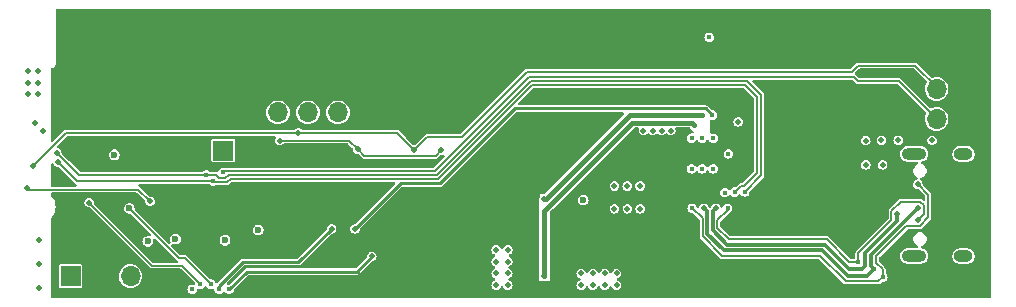
<source format=gbr>
%TF.GenerationSoftware,KiCad,Pcbnew,8.0.3*%
%TF.CreationDate,2024-06-27T20:48:53-04:00*%
%TF.ProjectId,charger-module,63686172-6765-4722-9d6d-6f64756c652e,v0.0.0*%
%TF.SameCoordinates,Original*%
%TF.FileFunction,Copper,L3,Inr*%
%TF.FilePolarity,Positive*%
%FSLAX46Y46*%
G04 Gerber Fmt 4.6, Leading zero omitted, Abs format (unit mm)*
G04 Created by KiCad (PCBNEW 8.0.3) date 2024-06-27 20:48:53*
%MOMM*%
%LPD*%
G01*
G04 APERTURE LIST*
%TA.AperFunction,ComponentPad*%
%ADD10O,2.100000X1.000000*%
%TD*%
%TA.AperFunction,ComponentPad*%
%ADD11O,1.600000X1.000000*%
%TD*%
%TA.AperFunction,ComponentPad*%
%ADD12R,1.700000X1.700000*%
%TD*%
%TA.AperFunction,ComponentPad*%
%ADD13O,1.700000X1.700000*%
%TD*%
%TA.AperFunction,ComponentPad*%
%ADD14C,6.000000*%
%TD*%
%TA.AperFunction,ViaPad*%
%ADD15C,0.500000*%
%TD*%
%TA.AperFunction,ViaPad*%
%ADD16C,0.600000*%
%TD*%
%TA.AperFunction,ViaPad*%
%ADD17C,0.450000*%
%TD*%
%TA.AperFunction,Conductor*%
%ADD18C,0.400000*%
%TD*%
%TA.AperFunction,Conductor*%
%ADD19C,0.250000*%
%TD*%
%TA.AperFunction,Conductor*%
%ADD20C,0.200000*%
%TD*%
%TA.AperFunction,Conductor*%
%ADD21C,0.300000*%
%TD*%
%TA.AperFunction,Conductor*%
%ADD22C,0.150000*%
%TD*%
G04 APERTURE END LIST*
D10*
%TO.N,Net-(J3-SHIELD)*%
%TO.C,J3*%
X82095000Y-21320000D03*
D11*
X86275000Y-21320000D03*
D10*
X82095000Y-12680000D03*
D11*
X86275000Y-12680000D03*
%TD*%
D12*
%TO.N,/RP2040/SWCLK*%
%TO.C,J6*%
X10670000Y-23030000D03*
D13*
%TO.N,GND*%
X13210000Y-23030000D03*
%TO.N,/RP2040/SWD*%
X15750000Y-23030000D03*
%TD*%
D12*
%TO.N,GND*%
%TO.C,J2*%
X84000000Y-4640000D03*
D13*
%TO.N,+5V*%
X84000000Y-7180000D03*
%TO.N,LED_DIN*%
X84000000Y-9720000D03*
%TD*%
D12*
%TO.N,/RP2040/~{USB_BOOT}*%
%TO.C,J4*%
X23600000Y-12400000D03*
D13*
%TO.N,GND*%
X21060000Y-12400000D03*
%TD*%
D14*
%TO.N,GND*%
%TO.C,H1*%
X13000000Y-4000000D03*
%TD*%
D12*
%TO.N,GND*%
%TO.C,J5*%
X35850000Y-9170000D03*
D13*
%TO.N,/RP2040/USB_D-*%
X33310000Y-9170000D03*
%TO.N,/RP2040/USB_D+*%
X30770000Y-9170000D03*
%TO.N,+5V*%
X28230000Y-9170000D03*
%TD*%
D15*
%TO.N,GND*%
X81000000Y-23500000D03*
D16*
X20350000Y-20600000D03*
D17*
X67340000Y-7960000D03*
D15*
X71000000Y-2000000D03*
X47600000Y-11110000D03*
X27950000Y-21300000D03*
X74000000Y-4000000D03*
X80000000Y-2000000D03*
X74000000Y-2000000D03*
X27000000Y-2000000D03*
X45000000Y-2000000D03*
D17*
X67900000Y-8540000D03*
D15*
X61090000Y-11980000D03*
X45500000Y-16000000D03*
D17*
X63740000Y-7895000D03*
D15*
X42000000Y-2000000D03*
X47000000Y-19000000D03*
X45500000Y-22000000D03*
X48000000Y-2000000D03*
D17*
X79750000Y-7750000D03*
D15*
X45500000Y-19000000D03*
X48550000Y-11110000D03*
D17*
X67340000Y-9130000D03*
X62450000Y-12315000D03*
X79750000Y-5750000D03*
D15*
X51000000Y-2000000D03*
D16*
X21650000Y-18000000D03*
X9630000Y-14570000D03*
D17*
X64850000Y-12315000D03*
D15*
X61050000Y-13450000D03*
X77000000Y-2000000D03*
X53280000Y-12090000D03*
X9250000Y-23000000D03*
X36000000Y-2000000D03*
D17*
X77500000Y-7750000D03*
X82000000Y-5750000D03*
D15*
X21000000Y-2000000D03*
X47600000Y-12090000D03*
D17*
X65570000Y-12685000D03*
D15*
X54210000Y-12070000D03*
X56640000Y-13500000D03*
X75300000Y-23500000D03*
D17*
X79570000Y-21814998D03*
D15*
X80000000Y-4000000D03*
X57000000Y-2000000D03*
D17*
X64130000Y-9380000D03*
D15*
X47580000Y-13110000D03*
X57420000Y-12130000D03*
D17*
X64050000Y-13040000D03*
D15*
X33000000Y-2000000D03*
D16*
X22975000Y-18000000D03*
D15*
X50590000Y-11120000D03*
X18000000Y-2000000D03*
X8000000Y-20000000D03*
D17*
X64050000Y-12315000D03*
D15*
X39000000Y-2000000D03*
X30000000Y-2000000D03*
D17*
X77500000Y-5750000D03*
D15*
X53280000Y-13100000D03*
X53290000Y-11110000D03*
X68000000Y-2000000D03*
X48550000Y-13110000D03*
X8000000Y-24000000D03*
D17*
X62450000Y-13040000D03*
X63300000Y-18230000D03*
D15*
X47000000Y-16000000D03*
X50590000Y-12080000D03*
X8310000Y-10720000D03*
D17*
X63250000Y-12315000D03*
D15*
X48540000Y-12080000D03*
X47000000Y-14000000D03*
X7700000Y-10100000D03*
D16*
X22975000Y-19275000D03*
X21650000Y-20600000D03*
X22975000Y-20600000D03*
D17*
X63250000Y-13040000D03*
D15*
X67300000Y-18260000D03*
X28605000Y-19700000D03*
X58940000Y-13525000D03*
D16*
X20350000Y-18000000D03*
D15*
X77000000Y-4000000D03*
X8000000Y-22000000D03*
X54000000Y-2000000D03*
D16*
X20350000Y-19275000D03*
D17*
X66300000Y-18230000D03*
D16*
X21650000Y-19275000D03*
D15*
X24000000Y-2000000D03*
X50580000Y-13100000D03*
X50800000Y-16470000D03*
D17*
X64850000Y-13040000D03*
X64548978Y-7895000D03*
D15*
X45500000Y-14000000D03*
X58940000Y-11880000D03*
X9250000Y-21000000D03*
D17*
%TO.N,IMON*%
X23250000Y-24150000D03*
D15*
X32780000Y-19025000D03*
%TO.N,VBUS*%
X58900000Y-17340000D03*
X58890000Y-15400000D03*
X56720000Y-15400000D03*
D17*
X63250000Y-13940000D03*
D15*
X57820000Y-17340000D03*
X57800000Y-15400000D03*
D17*
X65070000Y-13940000D03*
X64150000Y-13940000D03*
D15*
X56720000Y-17340000D03*
%TO.N,GNDUSB*%
X63500000Y-10250000D03*
X46700000Y-20800000D03*
X47700000Y-23800000D03*
X53900000Y-23800000D03*
X55900000Y-22800000D03*
X56900000Y-23800000D03*
X54900000Y-23800000D03*
X47700000Y-22800000D03*
X46700000Y-22800000D03*
X79330000Y-11530000D03*
X53900000Y-22800000D03*
X47700000Y-20800000D03*
X47700000Y-21800000D03*
X56900000Y-22800000D03*
X50800000Y-23020000D03*
X79430000Y-13610000D03*
X46700000Y-21800000D03*
X55900000Y-23800000D03*
X78000000Y-13610000D03*
X80750000Y-11530000D03*
X83610000Y-11540000D03*
X78000000Y-11550000D03*
X54900000Y-22800000D03*
X46700000Y-23800000D03*
%TO.N,D-*%
X65300000Y-17270000D03*
X80680000Y-17750000D03*
D17*
X76880000Y-22440000D03*
D15*
%TO.N,D+*%
X82400000Y-17250000D03*
D17*
X78718769Y-22448694D03*
D15*
X64300000Y-17270000D03*
D17*
%TO.N,CC1*%
X66300000Y-17270000D03*
D15*
X82400000Y-18250000D03*
D17*
X77360000Y-21800000D03*
D15*
%TO.N,CC2*%
X82400000Y-15250000D03*
D17*
X79441715Y-23105333D03*
X63300000Y-17270000D03*
%TO.N,LED_DIN*%
X23575000Y-14250000D03*
D15*
%TO.N,+5V*%
X39760000Y-12350000D03*
X29970000Y-10900000D03*
X7500000Y-13700000D03*
%TO.N,SCL*%
X9508211Y-12566789D03*
D17*
X67750000Y-15890000D03*
X22150000Y-14450000D03*
%TO.N,ENABLE*%
X20980000Y-24150000D03*
X66370000Y-12685000D03*
%TO.N,SDA*%
X22775000Y-14975000D03*
X66920958Y-15909008D03*
D15*
X9617157Y-13382843D03*
D17*
%TO.N,OVERLOAD*%
X21660000Y-23700000D03*
D15*
X12250000Y-16800000D03*
D17*
X66075000Y-15950000D03*
D15*
%TO.N,ALERT*%
X17400000Y-16700000D03*
X7000000Y-15550000D03*
%TO.N,Net-(Q1-G)*%
X67200000Y-9970000D03*
D17*
X64735000Y-2815000D03*
D15*
%TO.N,Net-(U1-GPIO1)*%
X34760000Y-19025000D03*
D17*
X65000000Y-9390000D03*
D15*
%TO.N,/EMI_VIN*%
X61500000Y-10710000D03*
X60710000Y-10710000D03*
D17*
X63250000Y-11350000D03*
D15*
X59180000Y-10710000D03*
X59960000Y-10710000D03*
D17*
X64150000Y-11350000D03*
X65070000Y-11350000D03*
D15*
%TO.N,+3V3*%
X42070000Y-12360000D03*
X28375000Y-11550000D03*
X34975000Y-12270000D03*
D16*
%TO.N,+1V1*%
X17220000Y-20090000D03*
X23750000Y-20000000D03*
X26557926Y-19109905D03*
X19550000Y-19900000D03*
D15*
%TO.N,/VIN_PREFUSE*%
X7100000Y-7650000D03*
X7100000Y-6650000D03*
X7900000Y-6650000D03*
X7100000Y-5700000D03*
X7900000Y-5700000D03*
X7900000Y-7650000D03*
D16*
%TO.N,VIN_DIVIDER*%
X15650000Y-17300000D03*
X14380000Y-12750000D03*
D17*
X22540000Y-23700000D03*
D16*
%TO.N,VOUT_DIVIDER*%
X54080000Y-16590000D03*
D17*
X24090000Y-24150000D03*
D15*
X36171992Y-21361992D03*
%TD*%
D18*
%TO.N,GND*%
X58030000Y-9380000D02*
X50940000Y-16470000D01*
X64130000Y-9380000D02*
X58030000Y-9380000D01*
X50940000Y-16470000D02*
X50800000Y-16470000D01*
D19*
%TO.N,IMON*%
X29970000Y-21830000D02*
X32775000Y-19025000D01*
X23250000Y-23830000D02*
X25250000Y-21830000D01*
X23250000Y-24150000D02*
X23250000Y-23830000D01*
D20*
X32780000Y-19025000D02*
X32775000Y-19025000D01*
D19*
X25250000Y-21830000D02*
X29970000Y-21830000D01*
D18*
%TO.N,GNDUSB*%
X63500000Y-10250000D02*
X63310000Y-10060000D01*
X58230000Y-10060000D02*
X50800000Y-17490000D01*
X63310000Y-10060000D02*
X58230000Y-10060000D01*
X50800000Y-17490000D02*
X50800000Y-23020000D01*
D21*
%TO.N,D-*%
X77935000Y-21088604D02*
X80680000Y-18343604D01*
X74539188Y-20360000D02*
X76619188Y-22440000D01*
X76619188Y-22440000D02*
X76880000Y-22440000D01*
X66223502Y-20360000D02*
X74539188Y-20360000D01*
X77693173Y-22440000D02*
X77935000Y-22198173D01*
X65030000Y-19166498D02*
X66223502Y-20360000D01*
X80680000Y-18343604D02*
X80680000Y-17750000D01*
X76880000Y-22440000D02*
X77693173Y-22440000D01*
X77935000Y-22198173D02*
X77935000Y-21088604D01*
X65300000Y-17270000D02*
X65030000Y-17540000D01*
X65030000Y-17540000D02*
X65030000Y-19166498D01*
%TO.N,D+*%
X64300000Y-17270000D02*
X64580000Y-17550000D01*
X82400000Y-17260000D02*
X82400000Y-17250000D01*
X74332082Y-20860000D02*
X76492082Y-23020000D01*
X76492082Y-23020000D02*
X78147463Y-23020000D01*
X78435000Y-22164925D02*
X78435000Y-21225000D01*
X78435000Y-21225000D02*
X82400000Y-17260000D01*
X78147463Y-23020000D02*
X78718769Y-22448694D01*
X64580000Y-17550000D02*
X64580000Y-19423605D01*
X64580000Y-19423605D02*
X66016395Y-20860000D01*
X78718769Y-22448694D02*
X78435000Y-22164925D01*
X66016395Y-20860000D02*
X74332082Y-20860000D01*
D20*
%TO.N,CC1*%
X77360000Y-21097918D02*
X80180000Y-18277918D01*
X66409898Y-19910000D02*
X74725584Y-19910000D01*
X82900000Y-17750001D02*
X82400000Y-18250001D01*
X80972893Y-16750000D02*
X82607107Y-16750000D01*
X65430000Y-18320000D02*
X65430000Y-18930102D01*
X65430000Y-18930102D02*
X66409898Y-19910000D01*
X82607107Y-16750000D02*
X82900000Y-17042893D01*
X80180000Y-18277918D02*
X80180000Y-17542893D01*
X77360000Y-21800000D02*
X77360000Y-21097918D01*
X80180000Y-17542893D02*
X80972893Y-16750000D01*
X82900000Y-17042893D02*
X82900000Y-17750001D01*
X66300000Y-17270000D02*
X66300000Y-17450000D01*
X66300000Y-17450000D02*
X65430000Y-18320000D01*
X76615584Y-21800000D02*
X77360000Y-21800000D01*
X74725584Y-19910000D02*
X76615584Y-21800000D01*
%TO.N,CC2*%
X78885000Y-21340686D02*
X81425685Y-18800001D01*
X81425685Y-18800001D02*
X82557106Y-18800001D01*
X82557106Y-18800001D02*
X83300000Y-18057107D01*
X65829999Y-21310000D02*
X74145686Y-21310000D01*
X74145686Y-21310000D02*
X76305686Y-23470000D01*
X79441715Y-23105333D02*
X79440000Y-23103618D01*
X79440000Y-22462818D02*
X78885000Y-21907818D01*
X79077048Y-23470000D02*
X79441715Y-23105333D01*
X83300000Y-18057107D02*
X83300000Y-16149999D01*
X79440000Y-23103618D02*
X79440000Y-22462818D01*
X78885000Y-21907818D02*
X78885000Y-21340686D01*
X64180000Y-19660001D02*
X65829999Y-21310000D01*
X83300000Y-16149999D02*
X82400000Y-15249999D01*
X63300000Y-17270000D02*
X64180000Y-18150000D01*
X64180000Y-18150000D02*
X64180000Y-19660001D01*
X76305686Y-23470000D02*
X79077048Y-23470000D01*
%TO.N,LED_DIN*%
X41514414Y-14100000D02*
X49474414Y-6140000D01*
X80775000Y-6500000D02*
X83995000Y-9720000D01*
X49474414Y-6140000D02*
X76970000Y-6140000D01*
X77330000Y-6500000D02*
X80775000Y-6500000D01*
X23725000Y-14100000D02*
X41514414Y-14100000D01*
X23575000Y-14250000D02*
X23725000Y-14100000D01*
X83995000Y-9720000D02*
X84000000Y-9720000D01*
X76970000Y-6140000D02*
X77330000Y-6500000D01*
%TO.N,+5V*%
X77342893Y-5200000D02*
X76802893Y-5740000D01*
X38300000Y-10900000D02*
X10300000Y-10900000D01*
X49308728Y-5740000D02*
X43798728Y-11250000D01*
X40870000Y-11250000D02*
X39760000Y-12360000D01*
X10300000Y-10900000D02*
X7500000Y-13700000D01*
X76802893Y-5740000D02*
X49308728Y-5740000D01*
X84000000Y-7000000D02*
X82200000Y-5200000D01*
X84000000Y-7180000D02*
X84000000Y-7000000D01*
X82200000Y-5200000D02*
X77342893Y-5200000D01*
X39760000Y-12360000D02*
X38300000Y-10900000D01*
X43798728Y-11250000D02*
X40870000Y-11250000D01*
%TO.N,SCL*%
X11391422Y-14450000D02*
X9508211Y-12566789D01*
X23257107Y-14750000D02*
X23782107Y-14750000D01*
X22150000Y-14450000D02*
X22957107Y-14450000D01*
X22150000Y-14450000D02*
X11391422Y-14450000D01*
X67970000Y-6490000D02*
X69170000Y-7690000D01*
X23782107Y-14750000D02*
X24082107Y-14450000D01*
X69170000Y-14470000D02*
X67750000Y-15890000D01*
X69170000Y-7690000D02*
X69170000Y-14470000D01*
X49619389Y-6490000D02*
X67970000Y-6490000D01*
X24082107Y-14450000D02*
X41659389Y-14450000D01*
X41659389Y-14450000D02*
X49619389Y-6490000D01*
X22957107Y-14450000D02*
X23257107Y-14750000D01*
%TO.N,SDA*%
X67754314Y-6840000D02*
X68770000Y-7855686D01*
X24227081Y-14800000D02*
X41804363Y-14800000D01*
X49764363Y-6840000D02*
X67754314Y-6840000D01*
X68770000Y-14304314D02*
X67709314Y-15365000D01*
X11209314Y-14975000D02*
X9617157Y-13382843D01*
X67464966Y-15365000D02*
X66920958Y-15909008D01*
X22775000Y-14975000D02*
X22900000Y-15100000D01*
X22900000Y-15100000D02*
X23927081Y-15100000D01*
X67709314Y-15365000D02*
X67464966Y-15365000D01*
X68770000Y-7855686D02*
X68770000Y-14304314D01*
X41804363Y-14800000D02*
X49764363Y-6840000D01*
X22775000Y-14975000D02*
X11209314Y-14975000D01*
X23927081Y-15100000D02*
X24227081Y-14800000D01*
D22*
%TO.N,OVERLOAD*%
X12250000Y-16800000D02*
X17600000Y-22150000D01*
X20110000Y-22150000D02*
X21660000Y-23700000D01*
X17600000Y-22150000D02*
X20110000Y-22150000D01*
D20*
%TO.N,ALERT*%
X17400000Y-16700000D02*
X16398986Y-15698986D01*
X7148986Y-15698986D02*
X7000000Y-15550000D01*
X16398986Y-15698986D02*
X7148986Y-15698986D01*
D19*
%TO.N,Net-(U1-GPIO1)*%
X64440000Y-8830000D02*
X48304693Y-8830000D01*
X41959693Y-15175000D02*
X38610000Y-15175000D01*
X38610000Y-15175000D02*
X34760000Y-19025000D01*
X48304693Y-8830000D02*
X41959693Y-15175000D01*
X65000000Y-9390000D02*
X64440000Y-8830000D01*
D20*
%TO.N,+3V3*%
X41580000Y-12850000D02*
X35555000Y-12850000D01*
X35555000Y-12850000D02*
X34975000Y-12270000D01*
D22*
X34255000Y-11550000D02*
X34975000Y-12270000D01*
X28375000Y-11550000D02*
X34255000Y-11550000D01*
D20*
X42070000Y-12360000D02*
X41580000Y-12850000D01*
%TO.N,VIN_DIVIDER*%
X20360000Y-21520000D02*
X19870000Y-21520000D01*
X19870000Y-21520000D02*
X15650000Y-17300000D01*
X22540000Y-23700000D02*
X20360000Y-21520000D01*
D19*
%TO.N,VOUT_DIVIDER*%
X34883984Y-22650000D02*
X25590000Y-22650000D01*
X25590000Y-22650000D02*
X24090000Y-24150000D01*
X36171992Y-21361992D02*
X34883984Y-22650000D01*
%TD*%
%TA.AperFunction,Conductor*%
%TO.N,GND*%
G36*
X88542539Y-420185D02*
G01*
X88588294Y-472989D01*
X88599500Y-524500D01*
X88599500Y-24775500D01*
X88579815Y-24842539D01*
X88527011Y-24888294D01*
X88475500Y-24899500D01*
X9124000Y-24899500D01*
X9056961Y-24879815D01*
X9011206Y-24827011D01*
X9000000Y-24775500D01*
X9000000Y-23894822D01*
X9669499Y-23894822D01*
X9678231Y-23938717D01*
X9678232Y-23938721D01*
X9678233Y-23938722D01*
X9711496Y-23988504D01*
X9761278Y-24021767D01*
X9761281Y-24021767D01*
X9761282Y-24021768D01*
X9805177Y-24030500D01*
X9805180Y-24030500D01*
X11534822Y-24030500D01*
X11578717Y-24021768D01*
X11578717Y-24021767D01*
X11578722Y-24021767D01*
X11628504Y-23988504D01*
X11661767Y-23938722D01*
X11661843Y-23938342D01*
X11670500Y-23894822D01*
X11670500Y-23030000D01*
X14744659Y-23030000D01*
X14763975Y-23226129D01*
X14763976Y-23226132D01*
X14799632Y-23343675D01*
X14821188Y-23414733D01*
X14914086Y-23588532D01*
X14914090Y-23588539D01*
X15039116Y-23740883D01*
X15191460Y-23865909D01*
X15191467Y-23865913D01*
X15365266Y-23958811D01*
X15365269Y-23958811D01*
X15365273Y-23958814D01*
X15553868Y-24016024D01*
X15750000Y-24035341D01*
X15946132Y-24016024D01*
X16134727Y-23958814D01*
X16172317Y-23938722D01*
X16241746Y-23901611D01*
X16308538Y-23865910D01*
X16460883Y-23740883D01*
X16585910Y-23588538D01*
X16678814Y-23414727D01*
X16736024Y-23226132D01*
X16755341Y-23030000D01*
X16736024Y-22833868D01*
X16678814Y-22645273D01*
X16678811Y-22645269D01*
X16678811Y-22645266D01*
X16585913Y-22471467D01*
X16585909Y-22471460D01*
X16460883Y-22319116D01*
X16308539Y-22194090D01*
X16308532Y-22194086D01*
X16134733Y-22101188D01*
X16134727Y-22101186D01*
X16008997Y-22063046D01*
X15946129Y-22043975D01*
X15750000Y-22024659D01*
X15553870Y-22043975D01*
X15365266Y-22101188D01*
X15191467Y-22194086D01*
X15191460Y-22194090D01*
X15039116Y-22319116D01*
X14914090Y-22471460D01*
X14914086Y-22471467D01*
X14821188Y-22645266D01*
X14763975Y-22833870D01*
X14744659Y-23030000D01*
X11670500Y-23030000D01*
X11670500Y-22165177D01*
X11661768Y-22121282D01*
X11661767Y-22121281D01*
X11661767Y-22121278D01*
X11628504Y-22071496D01*
X11628503Y-22071495D01*
X11578724Y-22038234D01*
X11578717Y-22038231D01*
X11534822Y-22029500D01*
X11534820Y-22029500D01*
X9805180Y-22029500D01*
X9805178Y-22029500D01*
X9761282Y-22038231D01*
X9761275Y-22038234D01*
X9711496Y-22071495D01*
X9711495Y-22071496D01*
X9678234Y-22121275D01*
X9678231Y-22121282D01*
X9669500Y-22165177D01*
X9669500Y-22165180D01*
X9669500Y-23894820D01*
X9669500Y-23894822D01*
X9669499Y-23894822D01*
X9000000Y-23894822D01*
X9000000Y-18160409D01*
X9019685Y-18093370D01*
X9032771Y-18076426D01*
X9119379Y-17982345D01*
X9119380Y-17982343D01*
X9119386Y-17982337D01*
X9241800Y-17794970D01*
X9331703Y-17590009D01*
X9386646Y-17373047D01*
X9386836Y-17370759D01*
X9405128Y-17150005D01*
X9405128Y-17149994D01*
X9386647Y-16926960D01*
X9386646Y-16926957D01*
X9386646Y-16926953D01*
X9354496Y-16799996D01*
X11844508Y-16799996D01*
X11844508Y-16800003D01*
X11864352Y-16925300D01*
X11864352Y-16925301D01*
X11879155Y-16954352D01*
X11921950Y-17038342D01*
X11921952Y-17038344D01*
X11921954Y-17038347D01*
X12011652Y-17128045D01*
X12011654Y-17128046D01*
X12011658Y-17128050D01*
X12124696Y-17185646D01*
X12124697Y-17185646D01*
X12124699Y-17185647D01*
X12249997Y-17205492D01*
X12249998Y-17205492D01*
X12249998Y-17205491D01*
X12250000Y-17205492D01*
X12262340Y-17203537D01*
X12331631Y-17212488D01*
X12369423Y-17238328D01*
X17401759Y-22270664D01*
X17401762Y-22270668D01*
X17408830Y-22277736D01*
X17472264Y-22341170D01*
X17506592Y-22355388D01*
X17506594Y-22355390D01*
X17506595Y-22355390D01*
X17555146Y-22375501D01*
X17555147Y-22375501D01*
X17659289Y-22375501D01*
X17659297Y-22375500D01*
X19965233Y-22375500D01*
X20032272Y-22395185D01*
X20052914Y-22411819D01*
X21192078Y-23550983D01*
X21225563Y-23612306D01*
X21220579Y-23681998D01*
X21178707Y-23737931D01*
X21113243Y-23762348D01*
X21085000Y-23761137D01*
X20980004Y-23744508D01*
X20979997Y-23744508D01*
X20854699Y-23764352D01*
X20854698Y-23764352D01*
X20784745Y-23799996D01*
X20741658Y-23821950D01*
X20741657Y-23821951D01*
X20741652Y-23821954D01*
X20651954Y-23911652D01*
X20651951Y-23911657D01*
X20651950Y-23911658D01*
X20639819Y-23935467D01*
X20594352Y-24024698D01*
X20594352Y-24024699D01*
X20574508Y-24149996D01*
X20574508Y-24150003D01*
X20594352Y-24275300D01*
X20594352Y-24275301D01*
X20594354Y-24275304D01*
X20651950Y-24388342D01*
X20651952Y-24388344D01*
X20651954Y-24388347D01*
X20741652Y-24478045D01*
X20741654Y-24478046D01*
X20741658Y-24478050D01*
X20854696Y-24535646D01*
X20854697Y-24535646D01*
X20854699Y-24535647D01*
X20979997Y-24555492D01*
X20980000Y-24555492D01*
X20980003Y-24555492D01*
X21105300Y-24535647D01*
X21105301Y-24535647D01*
X21105302Y-24535646D01*
X21105304Y-24535646D01*
X21218342Y-24478050D01*
X21308050Y-24388342D01*
X21365646Y-24275304D01*
X21379776Y-24186085D01*
X21409704Y-24122954D01*
X21469015Y-24086022D01*
X21524629Y-24086814D01*
X21525056Y-24084120D01*
X21659997Y-24105492D01*
X21660000Y-24105492D01*
X21660003Y-24105492D01*
X21785300Y-24085647D01*
X21785301Y-24085647D01*
X21785302Y-24085646D01*
X21785304Y-24085646D01*
X21898342Y-24028050D01*
X21988050Y-23938342D01*
X21989515Y-23935464D01*
X21992218Y-23932602D01*
X21993783Y-23930450D01*
X21994061Y-23930652D01*
X22037488Y-23884670D01*
X22105309Y-23867874D01*
X22171444Y-23890410D01*
X22206168Y-23930484D01*
X22206217Y-23930450D01*
X22206622Y-23931008D01*
X22210483Y-23935464D01*
X22211950Y-23938342D01*
X22211951Y-23938343D01*
X22211954Y-23938347D01*
X22301652Y-24028045D01*
X22301654Y-24028046D01*
X22301658Y-24028050D01*
X22414696Y-24085646D01*
X22414697Y-24085646D01*
X22414699Y-24085647D01*
X22539997Y-24105492D01*
X22540000Y-24105492D01*
X22540003Y-24105492D01*
X22665300Y-24085647D01*
X22665300Y-24085646D01*
X22665304Y-24085646D01*
X22669622Y-24083445D01*
X22738289Y-24070548D01*
X22803031Y-24096822D01*
X22843290Y-24153927D01*
X22848392Y-24174531D01*
X22864352Y-24275300D01*
X22864352Y-24275301D01*
X22864354Y-24275304D01*
X22921950Y-24388342D01*
X22921952Y-24388344D01*
X22921954Y-24388347D01*
X23011652Y-24478045D01*
X23011654Y-24478046D01*
X23011658Y-24478050D01*
X23124696Y-24535646D01*
X23124697Y-24535646D01*
X23124699Y-24535647D01*
X23249997Y-24555492D01*
X23250000Y-24555492D01*
X23250003Y-24555492D01*
X23375300Y-24535647D01*
X23375301Y-24535647D01*
X23375302Y-24535646D01*
X23375304Y-24535646D01*
X23488342Y-24478050D01*
X23488347Y-24478045D01*
X23582319Y-24384074D01*
X23643642Y-24350589D01*
X23713334Y-24355573D01*
X23757681Y-24384074D01*
X23851652Y-24478045D01*
X23851654Y-24478046D01*
X23851658Y-24478050D01*
X23964696Y-24535646D01*
X23964697Y-24535646D01*
X23964699Y-24535647D01*
X24089997Y-24555492D01*
X24090000Y-24555492D01*
X24090003Y-24555492D01*
X24215300Y-24535647D01*
X24215301Y-24535647D01*
X24215302Y-24535646D01*
X24215304Y-24535646D01*
X24328342Y-24478050D01*
X24418050Y-24388342D01*
X24475646Y-24275304D01*
X24492177Y-24170925D01*
X24522105Y-24107793D01*
X24526950Y-24102663D01*
X25667797Y-22961819D01*
X25729120Y-22928334D01*
X25755478Y-22925500D01*
X34938783Y-22925500D01*
X34938784Y-22925500D01*
X35040042Y-22883557D01*
X35117541Y-22806058D01*
X35117540Y-22806058D01*
X35176109Y-22747489D01*
X36124639Y-21798959D01*
X36185960Y-21765476D01*
X36192880Y-21764175D01*
X36297296Y-21747638D01*
X36410334Y-21690042D01*
X36500042Y-21600334D01*
X36557638Y-21487296D01*
X36557638Y-21487294D01*
X36557639Y-21487293D01*
X36557639Y-21487292D01*
X36577484Y-21361995D01*
X36577484Y-21361988D01*
X36557639Y-21236691D01*
X36557639Y-21236690D01*
X36555851Y-21233181D01*
X36500042Y-21123650D01*
X36500038Y-21123646D01*
X36500037Y-21123644D01*
X36410339Y-21033946D01*
X36410336Y-21033944D01*
X36410334Y-21033942D01*
X36297296Y-20976346D01*
X36297295Y-20976345D01*
X36297292Y-20976344D01*
X36171995Y-20956500D01*
X36171989Y-20956500D01*
X36046691Y-20976344D01*
X36046690Y-20976344D01*
X35976976Y-21011866D01*
X35933650Y-21033942D01*
X35933649Y-21033943D01*
X35933644Y-21033946D01*
X35843946Y-21123644D01*
X35843943Y-21123649D01*
X35843942Y-21123650D01*
X35840577Y-21130255D01*
X35786344Y-21236690D01*
X35786344Y-21236691D01*
X35769814Y-21341061D01*
X35739885Y-21404196D01*
X35735022Y-21409344D01*
X34806188Y-22338181D01*
X34744865Y-22371666D01*
X34718507Y-22374500D01*
X25535199Y-22374500D01*
X25515442Y-22382684D01*
X25472581Y-22400438D01*
X25472579Y-22400439D01*
X25433941Y-22416442D01*
X24137353Y-23713030D01*
X24076030Y-23746515D01*
X24069069Y-23747823D01*
X24033369Y-23753477D01*
X23964075Y-23744521D01*
X23910624Y-23699524D01*
X23889985Y-23632773D01*
X23908710Y-23565459D01*
X23926285Y-23543328D01*
X25327797Y-22141819D01*
X25389120Y-22108334D01*
X25415478Y-22105500D01*
X30024799Y-22105500D01*
X30024800Y-22105500D01*
X30126058Y-22063557D01*
X30203557Y-21986058D01*
X31389618Y-20799996D01*
X46294508Y-20799996D01*
X46294508Y-20800003D01*
X46314352Y-20925300D01*
X46314352Y-20925301D01*
X46314354Y-20925304D01*
X46371950Y-21038342D01*
X46371952Y-21038344D01*
X46371954Y-21038347D01*
X46461652Y-21128045D01*
X46461655Y-21128047D01*
X46461658Y-21128050D01*
X46514845Y-21155150D01*
X46582290Y-21189516D01*
X46633085Y-21237490D01*
X46649880Y-21305311D01*
X46627342Y-21371446D01*
X46582290Y-21410484D01*
X46461659Y-21471949D01*
X46461652Y-21471954D01*
X46371954Y-21561652D01*
X46371951Y-21561657D01*
X46371950Y-21561658D01*
X46352751Y-21599337D01*
X46314352Y-21674698D01*
X46314352Y-21674699D01*
X46294508Y-21799996D01*
X46294508Y-21800003D01*
X46314352Y-21925300D01*
X46314352Y-21925301D01*
X46324644Y-21945500D01*
X46371950Y-22038342D01*
X46371952Y-22038344D01*
X46371954Y-22038347D01*
X46461652Y-22128045D01*
X46461655Y-22128047D01*
X46461658Y-22128050D01*
X46514845Y-22155150D01*
X46582290Y-22189516D01*
X46633085Y-22237490D01*
X46649880Y-22305311D01*
X46627342Y-22371446D01*
X46582290Y-22410484D01*
X46461659Y-22471949D01*
X46461652Y-22471954D01*
X46371954Y-22561652D01*
X46371951Y-22561657D01*
X46371950Y-22561658D01*
X46352751Y-22599337D01*
X46314352Y-22674698D01*
X46314352Y-22674699D01*
X46294508Y-22799996D01*
X46294508Y-22800003D01*
X46314352Y-22925300D01*
X46314352Y-22925301D01*
X46327399Y-22950906D01*
X46371950Y-23038342D01*
X46371952Y-23038344D01*
X46371954Y-23038347D01*
X46461652Y-23128045D01*
X46461655Y-23128047D01*
X46461658Y-23128050D01*
X46498871Y-23147011D01*
X46582290Y-23189516D01*
X46633085Y-23237490D01*
X46649880Y-23305311D01*
X46627342Y-23371446D01*
X46582290Y-23410484D01*
X46461659Y-23471949D01*
X46461652Y-23471954D01*
X46371954Y-23561652D01*
X46371951Y-23561657D01*
X46371950Y-23561658D01*
X46354226Y-23596443D01*
X46314352Y-23674698D01*
X46314352Y-23674699D01*
X46294508Y-23799996D01*
X46294508Y-23800003D01*
X46314352Y-23925300D01*
X46314352Y-23925301D01*
X46321188Y-23938717D01*
X46371950Y-24038342D01*
X46371952Y-24038344D01*
X46371954Y-24038347D01*
X46461652Y-24128045D01*
X46461654Y-24128046D01*
X46461658Y-24128050D01*
X46574696Y-24185646D01*
X46574697Y-24185646D01*
X46574699Y-24185647D01*
X46699997Y-24205492D01*
X46700000Y-24205492D01*
X46700003Y-24205492D01*
X46825300Y-24185647D01*
X46825301Y-24185647D01*
X46825302Y-24185646D01*
X46825304Y-24185646D01*
X46938342Y-24128050D01*
X47028050Y-24038342D01*
X47085646Y-23925304D01*
X47085646Y-23925302D01*
X47089515Y-23917710D01*
X47137490Y-23866914D01*
X47205311Y-23850119D01*
X47271446Y-23872657D01*
X47310485Y-23917710D01*
X47314353Y-23925302D01*
X47314354Y-23925304D01*
X47371950Y-24038342D01*
X47371952Y-24038344D01*
X47371954Y-24038347D01*
X47461652Y-24128045D01*
X47461654Y-24128046D01*
X47461658Y-24128050D01*
X47574696Y-24185646D01*
X47574697Y-24185646D01*
X47574699Y-24185647D01*
X47699997Y-24205492D01*
X47700000Y-24205492D01*
X47700003Y-24205492D01*
X47825300Y-24185647D01*
X47825301Y-24185647D01*
X47825302Y-24185646D01*
X47825304Y-24185646D01*
X47938342Y-24128050D01*
X48028050Y-24038342D01*
X48085646Y-23925304D01*
X48085646Y-23925302D01*
X48085647Y-23925301D01*
X48085647Y-23925300D01*
X48105492Y-23800003D01*
X48105492Y-23799996D01*
X48085647Y-23674699D01*
X48085647Y-23674698D01*
X48085262Y-23673942D01*
X48028050Y-23561658D01*
X48028046Y-23561654D01*
X48028045Y-23561652D01*
X47938347Y-23471954D01*
X47938344Y-23471952D01*
X47938342Y-23471950D01*
X47825304Y-23414354D01*
X47825302Y-23414353D01*
X47817710Y-23410485D01*
X47766914Y-23362510D01*
X47750119Y-23294689D01*
X47772657Y-23228554D01*
X47817710Y-23189515D01*
X47825302Y-23185646D01*
X47825304Y-23185646D01*
X47938342Y-23128050D01*
X48028050Y-23038342D01*
X48085646Y-22925304D01*
X48085646Y-22925302D01*
X48085647Y-22925301D01*
X48085647Y-22925300D01*
X48105492Y-22800003D01*
X48105492Y-22799996D01*
X48085647Y-22674699D01*
X48085647Y-22674698D01*
X48070654Y-22645273D01*
X48028050Y-22561658D01*
X48028046Y-22561654D01*
X48028045Y-22561652D01*
X47938347Y-22471954D01*
X47938344Y-22471952D01*
X47938342Y-22471950D01*
X47825304Y-22414354D01*
X47825302Y-22414353D01*
X47817710Y-22410485D01*
X47766914Y-22362510D01*
X47750119Y-22294689D01*
X47772657Y-22228554D01*
X47817710Y-22189515D01*
X47825302Y-22185646D01*
X47825304Y-22185646D01*
X47938342Y-22128050D01*
X48028050Y-22038342D01*
X48085646Y-21925304D01*
X48085646Y-21925302D01*
X48085647Y-21925301D01*
X48085647Y-21925300D01*
X48105492Y-21800003D01*
X48105492Y-21799996D01*
X48085647Y-21674699D01*
X48085647Y-21674698D01*
X48085646Y-21674696D01*
X48028050Y-21561658D01*
X48028046Y-21561654D01*
X48028045Y-21561652D01*
X47938347Y-21471954D01*
X47938344Y-21471952D01*
X47938342Y-21471950D01*
X47825304Y-21414354D01*
X47825302Y-21414353D01*
X47817710Y-21410485D01*
X47766914Y-21362510D01*
X47750119Y-21294689D01*
X47772657Y-21228554D01*
X47817710Y-21189515D01*
X47825302Y-21185646D01*
X47825304Y-21185646D01*
X47938342Y-21128050D01*
X48028050Y-21038342D01*
X48085646Y-20925304D01*
X48085646Y-20925302D01*
X48085647Y-20925301D01*
X48085647Y-20925300D01*
X48105492Y-20800003D01*
X48105492Y-20799996D01*
X48085647Y-20674699D01*
X48085647Y-20674698D01*
X48082981Y-20669465D01*
X48028050Y-20561658D01*
X48028046Y-20561654D01*
X48028045Y-20561652D01*
X47938347Y-20471954D01*
X47938344Y-20471952D01*
X47938342Y-20471950D01*
X47825304Y-20414354D01*
X47825303Y-20414353D01*
X47825300Y-20414352D01*
X47700003Y-20394508D01*
X47699997Y-20394508D01*
X47574699Y-20414352D01*
X47574698Y-20414352D01*
X47536205Y-20433966D01*
X47461658Y-20471950D01*
X47461657Y-20471951D01*
X47461652Y-20471954D01*
X47371954Y-20561652D01*
X47371949Y-20561659D01*
X47310484Y-20682290D01*
X47262510Y-20733085D01*
X47194689Y-20749880D01*
X47128554Y-20727342D01*
X47089516Y-20682290D01*
X47041909Y-20588858D01*
X47028050Y-20561658D01*
X47028047Y-20561655D01*
X47028045Y-20561652D01*
X46938347Y-20471954D01*
X46938344Y-20471952D01*
X46938342Y-20471950D01*
X46825304Y-20414354D01*
X46825303Y-20414353D01*
X46825300Y-20414352D01*
X46700003Y-20394508D01*
X46699997Y-20394508D01*
X46574699Y-20414352D01*
X46574698Y-20414352D01*
X46536205Y-20433966D01*
X46461658Y-20471950D01*
X46461657Y-20471951D01*
X46461652Y-20471954D01*
X46371954Y-20561652D01*
X46371951Y-20561657D01*
X46371950Y-20561658D01*
X46358091Y-20588858D01*
X46314352Y-20674698D01*
X46314352Y-20674699D01*
X46294508Y-20799996D01*
X31389618Y-20799996D01*
X32726705Y-19462908D01*
X32788026Y-19429425D01*
X32794942Y-19428125D01*
X32905304Y-19410646D01*
X33018342Y-19353050D01*
X33108050Y-19263342D01*
X33165646Y-19150304D01*
X33165646Y-19150302D01*
X33165647Y-19150301D01*
X33165647Y-19150300D01*
X33185492Y-19025003D01*
X33185492Y-19024996D01*
X33165647Y-18899699D01*
X33165647Y-18899698D01*
X33165646Y-18899696D01*
X33108050Y-18786658D01*
X33108046Y-18786654D01*
X33108045Y-18786652D01*
X33018347Y-18696954D01*
X33018344Y-18696952D01*
X33018342Y-18696950D01*
X32905304Y-18639354D01*
X32905303Y-18639353D01*
X32905300Y-18639352D01*
X32780003Y-18619508D01*
X32779997Y-18619508D01*
X32654699Y-18639352D01*
X32654698Y-18639352D01*
X32579337Y-18677751D01*
X32541658Y-18696950D01*
X32541657Y-18696951D01*
X32541652Y-18696954D01*
X32451954Y-18786652D01*
X32451951Y-18786657D01*
X32394352Y-18899698D01*
X32378763Y-18998129D01*
X32348834Y-19061264D01*
X32343971Y-19066412D01*
X29892204Y-21518181D01*
X29830881Y-21551666D01*
X29804523Y-21554500D01*
X25195199Y-21554500D01*
X25142004Y-21576535D01*
X25142002Y-21576535D01*
X25093943Y-21596440D01*
X25093941Y-21596442D01*
X23110475Y-23579909D01*
X23049152Y-23613394D01*
X22979460Y-23608410D01*
X22923527Y-23566538D01*
X22912315Y-23548532D01*
X22868050Y-23461658D01*
X22868048Y-23461656D01*
X22868045Y-23461652D01*
X22778347Y-23371954D01*
X22778344Y-23371952D01*
X22778342Y-23371950D01*
X22701517Y-23332805D01*
X22665301Y-23314352D01*
X22530362Y-23292981D01*
X22530564Y-23291699D01*
X22473091Y-23274823D01*
X22452449Y-23258189D01*
X21488949Y-22294689D01*
X20501897Y-21307636D01*
X20470640Y-21294689D01*
X20409829Y-21269500D01*
X20409828Y-21269500D01*
X20025123Y-21269500D01*
X19958084Y-21249815D01*
X19937442Y-21233181D01*
X19216219Y-20511958D01*
X19182734Y-20450635D01*
X19187718Y-20380943D01*
X19229590Y-20325010D01*
X19295054Y-20300593D01*
X19355419Y-20311486D01*
X19360927Y-20314001D01*
X19360931Y-20314004D01*
X19360935Y-20314005D01*
X19360937Y-20314006D01*
X19485225Y-20350499D01*
X19485227Y-20350500D01*
X19485228Y-20350500D01*
X19614773Y-20350500D01*
X19614773Y-20350499D01*
X19739069Y-20314004D01*
X19848049Y-20243967D01*
X19932882Y-20146063D01*
X19986697Y-20028226D01*
X19990755Y-20000000D01*
X23294867Y-20000000D01*
X23313302Y-20128225D01*
X23354405Y-20218226D01*
X23367118Y-20246063D01*
X23425988Y-20314004D01*
X23445100Y-20336061D01*
X23451951Y-20343967D01*
X23560931Y-20414004D01*
X23651402Y-20440568D01*
X23685225Y-20450499D01*
X23685227Y-20450500D01*
X23685228Y-20450500D01*
X23814773Y-20450500D01*
X23814773Y-20450499D01*
X23939069Y-20414004D01*
X24048049Y-20343967D01*
X24132882Y-20246063D01*
X24186697Y-20128226D01*
X24205133Y-20000000D01*
X24186697Y-19871774D01*
X24132882Y-19753937D01*
X24048049Y-19656033D01*
X23939069Y-19585996D01*
X23939065Y-19585994D01*
X23939064Y-19585994D01*
X23814774Y-19549500D01*
X23814772Y-19549500D01*
X23685228Y-19549500D01*
X23685226Y-19549500D01*
X23560935Y-19585994D01*
X23560932Y-19585995D01*
X23560931Y-19585996D01*
X23523311Y-19610173D01*
X23451950Y-19656033D01*
X23367118Y-19753937D01*
X23367117Y-19753938D01*
X23313302Y-19871774D01*
X23294867Y-20000000D01*
X19990755Y-20000000D01*
X20005133Y-19900000D01*
X19986697Y-19771774D01*
X19932882Y-19653937D01*
X19848049Y-19556033D01*
X19739069Y-19485996D01*
X19739065Y-19485994D01*
X19739064Y-19485994D01*
X19614774Y-19449500D01*
X19614772Y-19449500D01*
X19485228Y-19449500D01*
X19485226Y-19449500D01*
X19360935Y-19485994D01*
X19360932Y-19485995D01*
X19360931Y-19485996D01*
X19309677Y-19518934D01*
X19251950Y-19556033D01*
X19167118Y-19653937D01*
X19167117Y-19653938D01*
X19113302Y-19771774D01*
X19094867Y-19900000D01*
X19113302Y-20028226D01*
X19113303Y-20028227D01*
X19147890Y-20103962D01*
X19157834Y-20173120D01*
X19128809Y-20236676D01*
X19070031Y-20274450D01*
X19000161Y-20274450D01*
X18947415Y-20243154D01*
X17814166Y-19109905D01*
X26102793Y-19109905D01*
X26121228Y-19238130D01*
X26156106Y-19314500D01*
X26175044Y-19355968D01*
X26259877Y-19453872D01*
X26368857Y-19523909D01*
X26478264Y-19556033D01*
X26493151Y-19560404D01*
X26493153Y-19560405D01*
X26493154Y-19560405D01*
X26622699Y-19560405D01*
X26622699Y-19560404D01*
X26746995Y-19523909D01*
X26855975Y-19453872D01*
X26940808Y-19355968D01*
X26994623Y-19238131D01*
X27013059Y-19109905D01*
X26994623Y-18981679D01*
X26940808Y-18863842D01*
X26855975Y-18765938D01*
X26746995Y-18695901D01*
X26746991Y-18695899D01*
X26746990Y-18695899D01*
X26622700Y-18659405D01*
X26622698Y-18659405D01*
X26493154Y-18659405D01*
X26493152Y-18659405D01*
X26368861Y-18695899D01*
X26368858Y-18695900D01*
X26368857Y-18695901D01*
X26317603Y-18728839D01*
X26259876Y-18765938D01*
X26175044Y-18863842D01*
X26175043Y-18863843D01*
X26121228Y-18981679D01*
X26102793Y-19109905D01*
X17814166Y-19109905D01*
X16136343Y-17432082D01*
X16102858Y-17370759D01*
X16101286Y-17326753D01*
X16103761Y-17309540D01*
X16105133Y-17300000D01*
X16086697Y-17171774D01*
X16032882Y-17053937D01*
X15948049Y-16956033D01*
X15839069Y-16885996D01*
X15839065Y-16885994D01*
X15839064Y-16885994D01*
X15714774Y-16849500D01*
X15714772Y-16849500D01*
X15585228Y-16849500D01*
X15585226Y-16849500D01*
X15460935Y-16885994D01*
X15460932Y-16885995D01*
X15460931Y-16885996D01*
X15409677Y-16918934D01*
X15351950Y-16956033D01*
X15267118Y-17053937D01*
X15267117Y-17053938D01*
X15213302Y-17171774D01*
X15194867Y-17300000D01*
X15213302Y-17428225D01*
X15261586Y-17533950D01*
X15267118Y-17546063D01*
X15351951Y-17643967D01*
X15460931Y-17714004D01*
X15583532Y-17750002D01*
X15585225Y-17750499D01*
X15585227Y-17750500D01*
X15694877Y-17750500D01*
X15761916Y-17770185D01*
X15782558Y-17786819D01*
X17437389Y-19441650D01*
X17470874Y-19502973D01*
X17465890Y-19572665D01*
X17424018Y-19628598D01*
X17358554Y-19653015D01*
X17314776Y-19648309D01*
X17284773Y-19639500D01*
X17284772Y-19639500D01*
X17155228Y-19639500D01*
X17155226Y-19639500D01*
X17030935Y-19675994D01*
X17030932Y-19675995D01*
X17030931Y-19675996D01*
X16979677Y-19708934D01*
X16921950Y-19746033D01*
X16837118Y-19843937D01*
X16837117Y-19843938D01*
X16783302Y-19961774D01*
X16764867Y-20090000D01*
X16783302Y-20218225D01*
X16808980Y-20274450D01*
X16837118Y-20336063D01*
X16910624Y-20420895D01*
X16919487Y-20431124D01*
X16921951Y-20433967D01*
X17030931Y-20504004D01*
X17155225Y-20540499D01*
X17155227Y-20540500D01*
X17155228Y-20540500D01*
X17284773Y-20540500D01*
X17284773Y-20540499D01*
X17409069Y-20504004D01*
X17518049Y-20433967D01*
X17602882Y-20336063D01*
X17656697Y-20218226D01*
X17675133Y-20090000D01*
X17659204Y-19979211D01*
X17669148Y-19910054D01*
X17714903Y-19857250D01*
X17781942Y-19837565D01*
X17848981Y-19857250D01*
X17869623Y-19873884D01*
X19708558Y-21712819D01*
X19742043Y-21774142D01*
X19737059Y-21843834D01*
X19695187Y-21899767D01*
X19629723Y-21924184D01*
X19620877Y-21924500D01*
X17744767Y-21924500D01*
X17677728Y-21904815D01*
X17657086Y-21888181D01*
X12688328Y-16919423D01*
X12654843Y-16858100D01*
X12653537Y-16812342D01*
X12655492Y-16800000D01*
X12655492Y-16799997D01*
X12655492Y-16799996D01*
X12635647Y-16674699D01*
X12635647Y-16674698D01*
X12626004Y-16655773D01*
X12578050Y-16561658D01*
X12578046Y-16561654D01*
X12578045Y-16561652D01*
X12488347Y-16471954D01*
X12488344Y-16471952D01*
X12488342Y-16471950D01*
X12375304Y-16414354D01*
X12375303Y-16414353D01*
X12375300Y-16414352D01*
X12250003Y-16394508D01*
X12249997Y-16394508D01*
X12124699Y-16414352D01*
X12124698Y-16414352D01*
X12082847Y-16435677D01*
X12011658Y-16471950D01*
X12011657Y-16471951D01*
X12011652Y-16471954D01*
X11921954Y-16561652D01*
X11921951Y-16561657D01*
X11921950Y-16561658D01*
X11907509Y-16590000D01*
X11864352Y-16674698D01*
X11864352Y-16674699D01*
X11844508Y-16799996D01*
X9354496Y-16799996D01*
X9331703Y-16709991D01*
X9241800Y-16505030D01*
X9119386Y-16317663D01*
X9119383Y-16317660D01*
X9119379Y-16317654D01*
X9032770Y-16223571D01*
X9001848Y-16160917D01*
X9000000Y-16139589D01*
X9000000Y-16073486D01*
X9019685Y-16006447D01*
X9072489Y-15960692D01*
X9124000Y-15949486D01*
X16243863Y-15949486D01*
X16310902Y-15969171D01*
X16331544Y-15985805D01*
X16958189Y-16612450D01*
X16991674Y-16673773D01*
X16994465Y-16699733D01*
X17014352Y-16825300D01*
X17014352Y-16825301D01*
X17031064Y-16858100D01*
X17071950Y-16938342D01*
X17071952Y-16938344D01*
X17071954Y-16938347D01*
X17161652Y-17028045D01*
X17161654Y-17028046D01*
X17161658Y-17028050D01*
X17274696Y-17085646D01*
X17274697Y-17085646D01*
X17274699Y-17085647D01*
X17399997Y-17105492D01*
X17400000Y-17105492D01*
X17400003Y-17105492D01*
X17525300Y-17085647D01*
X17525301Y-17085647D01*
X17525302Y-17085646D01*
X17525304Y-17085646D01*
X17638342Y-17028050D01*
X17728050Y-16938342D01*
X17785646Y-16825304D01*
X17785646Y-16825302D01*
X17785647Y-16825301D01*
X17785647Y-16825300D01*
X17805492Y-16700003D01*
X17805492Y-16699996D01*
X17785647Y-16574699D01*
X17785647Y-16574698D01*
X17779000Y-16561652D01*
X17728050Y-16461658D01*
X17728046Y-16461654D01*
X17728045Y-16461652D01*
X17638347Y-16371954D01*
X17638344Y-16371952D01*
X17638342Y-16371950D01*
X17525304Y-16314354D01*
X17525303Y-16314353D01*
X17525300Y-16314352D01*
X17390362Y-16292981D01*
X17390565Y-16291699D01*
X17333092Y-16274823D01*
X17312450Y-16258189D01*
X16540883Y-15486622D01*
X16486414Y-15464060D01*
X16432012Y-15420220D01*
X16409947Y-15353926D01*
X16427226Y-15286226D01*
X16478364Y-15238616D01*
X16533868Y-15225500D01*
X22407746Y-15225500D01*
X22474785Y-15245185D01*
X22495428Y-15261820D01*
X22536653Y-15303046D01*
X22536655Y-15303047D01*
X22536658Y-15303050D01*
X22649696Y-15360646D01*
X22649697Y-15360646D01*
X22649699Y-15360647D01*
X22774997Y-15380492D01*
X22775000Y-15380492D01*
X22775002Y-15380492D01*
X22837652Y-15370569D01*
X22900304Y-15360646D01*
X22900307Y-15360644D01*
X22909588Y-15357630D01*
X22910362Y-15360014D01*
X22934213Y-15354288D01*
X22934192Y-15354203D01*
X22934196Y-15354202D01*
X22934966Y-15354107D01*
X22949985Y-15350501D01*
X22964262Y-15350501D01*
X22964270Y-15350500D01*
X23976907Y-15350500D01*
X23976909Y-15350500D01*
X24068978Y-15312364D01*
X24294523Y-15086819D01*
X24355846Y-15053334D01*
X24382204Y-15050500D01*
X38045522Y-15050500D01*
X38112561Y-15070185D01*
X38158316Y-15122989D01*
X38168260Y-15192147D01*
X38139235Y-15255703D01*
X38133203Y-15262181D01*
X34807353Y-18588030D01*
X34746030Y-18621515D01*
X34739070Y-18622822D01*
X34634698Y-18639352D01*
X34559337Y-18677751D01*
X34521658Y-18696950D01*
X34521657Y-18696951D01*
X34521652Y-18696954D01*
X34431954Y-18786652D01*
X34431951Y-18786657D01*
X34374352Y-18899698D01*
X34374352Y-18899699D01*
X34354508Y-19024996D01*
X34354508Y-19025003D01*
X34374352Y-19150300D01*
X34374352Y-19150301D01*
X34374354Y-19150304D01*
X34431950Y-19263342D01*
X34431952Y-19263344D01*
X34431954Y-19263347D01*
X34521652Y-19353045D01*
X34521654Y-19353046D01*
X34521658Y-19353050D01*
X34634696Y-19410646D01*
X34634697Y-19410646D01*
X34634699Y-19410647D01*
X34759997Y-19430492D01*
X34760000Y-19430492D01*
X34760003Y-19430492D01*
X34885300Y-19410647D01*
X34885301Y-19410647D01*
X34885302Y-19410646D01*
X34885304Y-19410646D01*
X34998342Y-19353050D01*
X35088050Y-19263342D01*
X35145646Y-19150304D01*
X35162177Y-19045925D01*
X35192105Y-18982793D01*
X35196951Y-18977662D01*
X38687797Y-15486819D01*
X38749120Y-15453334D01*
X38775478Y-15450500D01*
X42014492Y-15450500D01*
X42014493Y-15450500D01*
X42115751Y-15408557D01*
X42193250Y-15331058D01*
X42193249Y-15331058D01*
X42251818Y-15272489D01*
X42251817Y-15272489D01*
X48382490Y-9141819D01*
X48443813Y-9108334D01*
X48470171Y-9105500D01*
X57415138Y-9105500D01*
X57482177Y-9125185D01*
X57527932Y-9177989D01*
X57537876Y-9247147D01*
X57508851Y-9310703D01*
X57502819Y-9317181D01*
X50756319Y-16063681D01*
X50694996Y-16097166D01*
X50668638Y-16100000D01*
X50400000Y-16100000D01*
X50400000Y-16368638D01*
X50380315Y-16435677D01*
X50363681Y-16456319D01*
X50360000Y-16459999D01*
X50360000Y-16460000D01*
X50360000Y-23470000D01*
X51260000Y-23470000D01*
X51260000Y-22799996D01*
X53494508Y-22799996D01*
X53494508Y-22800003D01*
X53514352Y-22925300D01*
X53514352Y-22925301D01*
X53527399Y-22950906D01*
X53571950Y-23038342D01*
X53571952Y-23038344D01*
X53571954Y-23038347D01*
X53661652Y-23128045D01*
X53661655Y-23128047D01*
X53661658Y-23128050D01*
X53698871Y-23147011D01*
X53782290Y-23189516D01*
X53833085Y-23237490D01*
X53849880Y-23305311D01*
X53827342Y-23371446D01*
X53782290Y-23410484D01*
X53661659Y-23471949D01*
X53661652Y-23471954D01*
X53571954Y-23561652D01*
X53571951Y-23561657D01*
X53571950Y-23561658D01*
X53554226Y-23596443D01*
X53514352Y-23674698D01*
X53514352Y-23674699D01*
X53494508Y-23799996D01*
X53494508Y-23800003D01*
X53514352Y-23925300D01*
X53514352Y-23925301D01*
X53521188Y-23938717D01*
X53571950Y-24038342D01*
X53571952Y-24038344D01*
X53571954Y-24038347D01*
X53661652Y-24128045D01*
X53661654Y-24128046D01*
X53661658Y-24128050D01*
X53774696Y-24185646D01*
X53774697Y-24185646D01*
X53774699Y-24185647D01*
X53899997Y-24205492D01*
X53900000Y-24205492D01*
X53900003Y-24205492D01*
X54025300Y-24185647D01*
X54025301Y-24185647D01*
X54025302Y-24185646D01*
X54025304Y-24185646D01*
X54138342Y-24128050D01*
X54228050Y-24038342D01*
X54285646Y-23925304D01*
X54285646Y-23925302D01*
X54289515Y-23917710D01*
X54337490Y-23866914D01*
X54405311Y-23850119D01*
X54471446Y-23872657D01*
X54510485Y-23917710D01*
X54514353Y-23925302D01*
X54514354Y-23925304D01*
X54571950Y-24038342D01*
X54571952Y-24038344D01*
X54571954Y-24038347D01*
X54661652Y-24128045D01*
X54661654Y-24128046D01*
X54661658Y-24128050D01*
X54774696Y-24185646D01*
X54774697Y-24185646D01*
X54774699Y-24185647D01*
X54899997Y-24205492D01*
X54900000Y-24205492D01*
X54900003Y-24205492D01*
X55025300Y-24185647D01*
X55025301Y-24185647D01*
X55025302Y-24185646D01*
X55025304Y-24185646D01*
X55138342Y-24128050D01*
X55228050Y-24038342D01*
X55285646Y-23925304D01*
X55285646Y-23925302D01*
X55289515Y-23917710D01*
X55337490Y-23866914D01*
X55405311Y-23850119D01*
X55471446Y-23872657D01*
X55510485Y-23917710D01*
X55514353Y-23925302D01*
X55514354Y-23925304D01*
X55571950Y-24038342D01*
X55571952Y-24038344D01*
X55571954Y-24038347D01*
X55661652Y-24128045D01*
X55661654Y-24128046D01*
X55661658Y-24128050D01*
X55774696Y-24185646D01*
X55774697Y-24185646D01*
X55774699Y-24185647D01*
X55899997Y-24205492D01*
X55900000Y-24205492D01*
X55900003Y-24205492D01*
X56025300Y-24185647D01*
X56025301Y-24185647D01*
X56025302Y-24185646D01*
X56025304Y-24185646D01*
X56138342Y-24128050D01*
X56228050Y-24038342D01*
X56285646Y-23925304D01*
X56285646Y-23925302D01*
X56289515Y-23917710D01*
X56337490Y-23866914D01*
X56405311Y-23850119D01*
X56471446Y-23872657D01*
X56510485Y-23917710D01*
X56514353Y-23925302D01*
X56514354Y-23925304D01*
X56571950Y-24038342D01*
X56571952Y-24038344D01*
X56571954Y-24038347D01*
X56661652Y-24128045D01*
X56661654Y-24128046D01*
X56661658Y-24128050D01*
X56774696Y-24185646D01*
X56774697Y-24185646D01*
X56774699Y-24185647D01*
X56899997Y-24205492D01*
X56900000Y-24205492D01*
X56900003Y-24205492D01*
X57025300Y-24185647D01*
X57025301Y-24185647D01*
X57025302Y-24185646D01*
X57025304Y-24185646D01*
X57138342Y-24128050D01*
X57228050Y-24038342D01*
X57285646Y-23925304D01*
X57285646Y-23925302D01*
X57285647Y-23925301D01*
X57285647Y-23925300D01*
X57305492Y-23800003D01*
X57305492Y-23799996D01*
X57285647Y-23674699D01*
X57285647Y-23674698D01*
X57285262Y-23673942D01*
X57228050Y-23561658D01*
X57228046Y-23561654D01*
X57228045Y-23561652D01*
X57138347Y-23471954D01*
X57138344Y-23471952D01*
X57138342Y-23471950D01*
X57025304Y-23414354D01*
X57025302Y-23414353D01*
X57017710Y-23410485D01*
X56966914Y-23362510D01*
X56950119Y-23294689D01*
X56972657Y-23228554D01*
X57017710Y-23189515D01*
X57025302Y-23185646D01*
X57025304Y-23185646D01*
X57138342Y-23128050D01*
X57228050Y-23038342D01*
X57285646Y-22925304D01*
X57285646Y-22925302D01*
X57285647Y-22925301D01*
X57285647Y-22925300D01*
X57305492Y-22800003D01*
X57305492Y-22799996D01*
X57285647Y-22674699D01*
X57285647Y-22674698D01*
X57270654Y-22645273D01*
X57228050Y-22561658D01*
X57228046Y-22561654D01*
X57228045Y-22561652D01*
X57138347Y-22471954D01*
X57138344Y-22471952D01*
X57138342Y-22471950D01*
X57025304Y-22414354D01*
X57025303Y-22414353D01*
X57025300Y-22414352D01*
X56900003Y-22394508D01*
X56899997Y-22394508D01*
X56774699Y-22414352D01*
X56774698Y-22414352D01*
X56707300Y-22448694D01*
X56661658Y-22471950D01*
X56661657Y-22471951D01*
X56661652Y-22471954D01*
X56571954Y-22561652D01*
X56571949Y-22561659D01*
X56510484Y-22682290D01*
X56462510Y-22733085D01*
X56394689Y-22749880D01*
X56328554Y-22727342D01*
X56289516Y-22682290D01*
X56255150Y-22614845D01*
X56228050Y-22561658D01*
X56228047Y-22561655D01*
X56228045Y-22561652D01*
X56138347Y-22471954D01*
X56138344Y-22471952D01*
X56138342Y-22471950D01*
X56025304Y-22414354D01*
X56025303Y-22414353D01*
X56025300Y-22414352D01*
X55900003Y-22394508D01*
X55899997Y-22394508D01*
X55774699Y-22414352D01*
X55774698Y-22414352D01*
X55707300Y-22448694D01*
X55661658Y-22471950D01*
X55661657Y-22471951D01*
X55661652Y-22471954D01*
X55571954Y-22561652D01*
X55571949Y-22561659D01*
X55510484Y-22682290D01*
X55462510Y-22733085D01*
X55394689Y-22749880D01*
X55328554Y-22727342D01*
X55289516Y-22682290D01*
X55255150Y-22614845D01*
X55228050Y-22561658D01*
X55228047Y-22561655D01*
X55228045Y-22561652D01*
X55138347Y-22471954D01*
X55138344Y-22471952D01*
X55138342Y-22471950D01*
X55025304Y-22414354D01*
X55025303Y-22414353D01*
X55025300Y-22414352D01*
X54900003Y-22394508D01*
X54899997Y-22394508D01*
X54774699Y-22414352D01*
X54774698Y-22414352D01*
X54707300Y-22448694D01*
X54661658Y-22471950D01*
X54661657Y-22471951D01*
X54661652Y-22471954D01*
X54571954Y-22561652D01*
X54571949Y-22561659D01*
X54510484Y-22682290D01*
X54462510Y-22733085D01*
X54394689Y-22749880D01*
X54328554Y-22727342D01*
X54289516Y-22682290D01*
X54255150Y-22614845D01*
X54228050Y-22561658D01*
X54228047Y-22561655D01*
X54228045Y-22561652D01*
X54138347Y-22471954D01*
X54138344Y-22471952D01*
X54138342Y-22471950D01*
X54025304Y-22414354D01*
X54025303Y-22414353D01*
X54025300Y-22414352D01*
X53900003Y-22394508D01*
X53899997Y-22394508D01*
X53774699Y-22414352D01*
X53774698Y-22414352D01*
X53707300Y-22448694D01*
X53661658Y-22471950D01*
X53661657Y-22471951D01*
X53661652Y-22471954D01*
X53571954Y-22561652D01*
X53571951Y-22561657D01*
X53571950Y-22561658D01*
X53552751Y-22599337D01*
X53514352Y-22674698D01*
X53514352Y-22674699D01*
X53494508Y-22799996D01*
X51260000Y-22799996D01*
X51260000Y-17621724D01*
X51279685Y-17554685D01*
X51296408Y-17533953D01*
X51490774Y-17339996D01*
X56314508Y-17339996D01*
X56314508Y-17340003D01*
X56334352Y-17465300D01*
X56334352Y-17465301D01*
X56334354Y-17465304D01*
X56391950Y-17578342D01*
X56391952Y-17578344D01*
X56391954Y-17578347D01*
X56481652Y-17668045D01*
X56481654Y-17668046D01*
X56481658Y-17668050D01*
X56594696Y-17725646D01*
X56594697Y-17725646D01*
X56594699Y-17725647D01*
X56719997Y-17745492D01*
X56720000Y-17745492D01*
X56720003Y-17745492D01*
X56845300Y-17725647D01*
X56845301Y-17725647D01*
X56845302Y-17725646D01*
X56845304Y-17725646D01*
X56958342Y-17668050D01*
X57048050Y-17578342D01*
X57105646Y-17465304D01*
X57105646Y-17465302D01*
X57105647Y-17465301D01*
X57105647Y-17465300D01*
X57125492Y-17340003D01*
X57125492Y-17339996D01*
X57414508Y-17339996D01*
X57414508Y-17340003D01*
X57434352Y-17465300D01*
X57434352Y-17465301D01*
X57434354Y-17465304D01*
X57491950Y-17578342D01*
X57491952Y-17578344D01*
X57491954Y-17578347D01*
X57581652Y-17668045D01*
X57581654Y-17668046D01*
X57581658Y-17668050D01*
X57694696Y-17725646D01*
X57694697Y-17725646D01*
X57694699Y-17725647D01*
X57819997Y-17745492D01*
X57820000Y-17745492D01*
X57820003Y-17745492D01*
X57945300Y-17725647D01*
X57945301Y-17725647D01*
X57945302Y-17725646D01*
X57945304Y-17725646D01*
X58058342Y-17668050D01*
X58148050Y-17578342D01*
X58205646Y-17465304D01*
X58205646Y-17465302D01*
X58205647Y-17465301D01*
X58205647Y-17465300D01*
X58225492Y-17340003D01*
X58225492Y-17339996D01*
X58494508Y-17339996D01*
X58494508Y-17340003D01*
X58514352Y-17465300D01*
X58514352Y-17465301D01*
X58514354Y-17465304D01*
X58571950Y-17578342D01*
X58571952Y-17578344D01*
X58571954Y-17578347D01*
X58661652Y-17668045D01*
X58661654Y-17668046D01*
X58661658Y-17668050D01*
X58774696Y-17725646D01*
X58774697Y-17725646D01*
X58774699Y-17725647D01*
X58899997Y-17745492D01*
X58900000Y-17745492D01*
X58900003Y-17745492D01*
X59025300Y-17725647D01*
X59025301Y-17725647D01*
X59025302Y-17725646D01*
X59025304Y-17725646D01*
X59138342Y-17668050D01*
X59228050Y-17578342D01*
X59285646Y-17465304D01*
X59285646Y-17465302D01*
X59285647Y-17465301D01*
X59285647Y-17465300D01*
X59305492Y-17340003D01*
X59305492Y-17339996D01*
X59294405Y-17269996D01*
X62894508Y-17269996D01*
X62894508Y-17270003D01*
X62914352Y-17395300D01*
X62914352Y-17395301D01*
X62917254Y-17400996D01*
X62971950Y-17508342D01*
X62971952Y-17508344D01*
X62971954Y-17508347D01*
X63061652Y-17598045D01*
X63061654Y-17598046D01*
X63061658Y-17598050D01*
X63174696Y-17655646D01*
X63174697Y-17655646D01*
X63174699Y-17655647D01*
X63309638Y-17677019D01*
X63309434Y-17678300D01*
X63366908Y-17695177D01*
X63387550Y-17711811D01*
X63893181Y-18217441D01*
X63926666Y-18278764D01*
X63929500Y-18305122D01*
X63929500Y-19610173D01*
X63929500Y-19709829D01*
X63967636Y-19801898D01*
X65688102Y-21522364D01*
X65780171Y-21560500D01*
X65879827Y-21560500D01*
X73990563Y-21560500D01*
X74057602Y-21580185D01*
X74078244Y-21596819D01*
X76093322Y-23611897D01*
X76163789Y-23682364D01*
X76255858Y-23720500D01*
X76255860Y-23720500D01*
X79126874Y-23720500D01*
X79126876Y-23720500D01*
X79218945Y-23682364D01*
X79354165Y-23547142D01*
X79415486Y-23513659D01*
X79441450Y-23510867D01*
X79567015Y-23490980D01*
X79567016Y-23490980D01*
X79567017Y-23490979D01*
X79567019Y-23490979D01*
X79680057Y-23433383D01*
X79769765Y-23343675D01*
X79827361Y-23230637D01*
X79827361Y-23230635D01*
X79827362Y-23230634D01*
X79827362Y-23230633D01*
X79847207Y-23105336D01*
X79847207Y-23105329D01*
X79827362Y-22980032D01*
X79827362Y-22980031D01*
X79812522Y-22950906D01*
X79769765Y-22866991D01*
X79769761Y-22866987D01*
X79769760Y-22866985D01*
X79726819Y-22824044D01*
X79693334Y-22762721D01*
X79690500Y-22736363D01*
X79690500Y-22527088D01*
X79690501Y-22527079D01*
X79690501Y-22412992D01*
X79690501Y-22412991D01*
X79657245Y-22332706D01*
X79652364Y-22320921D01*
X79581897Y-22250454D01*
X79581895Y-22250453D01*
X79574829Y-22243386D01*
X79574825Y-22243383D01*
X79171819Y-21840376D01*
X79138334Y-21779053D01*
X79135500Y-21752695D01*
X79135500Y-21495809D01*
X79155185Y-21428770D01*
X79171819Y-21408128D01*
X79195876Y-21384071D01*
X80894499Y-21384071D01*
X80919497Y-21509738D01*
X80919499Y-21509744D01*
X80968533Y-21628124D01*
X80968538Y-21628133D01*
X81039723Y-21734668D01*
X81039726Y-21734672D01*
X81130327Y-21825273D01*
X81130331Y-21825276D01*
X81236866Y-21896461D01*
X81236875Y-21896466D01*
X81257032Y-21904815D01*
X81355256Y-21945501D01*
X81355260Y-21945501D01*
X81355261Y-21945502D01*
X81480928Y-21970500D01*
X81480931Y-21970500D01*
X82709071Y-21970500D01*
X82793615Y-21953682D01*
X82834744Y-21945501D01*
X82953127Y-21896465D01*
X83059669Y-21825276D01*
X83150276Y-21734669D01*
X83221465Y-21628127D01*
X83270501Y-21509744D01*
X83289476Y-21414354D01*
X83295500Y-21384071D01*
X85324499Y-21384071D01*
X85349497Y-21509738D01*
X85349499Y-21509744D01*
X85398533Y-21628124D01*
X85398538Y-21628133D01*
X85469723Y-21734668D01*
X85469726Y-21734672D01*
X85560327Y-21825273D01*
X85560331Y-21825276D01*
X85666866Y-21896461D01*
X85666875Y-21896466D01*
X85687032Y-21904815D01*
X85785256Y-21945501D01*
X85785260Y-21945501D01*
X85785261Y-21945502D01*
X85910928Y-21970500D01*
X85910931Y-21970500D01*
X86639071Y-21970500D01*
X86723615Y-21953682D01*
X86764744Y-21945501D01*
X86883127Y-21896465D01*
X86989669Y-21825276D01*
X87080276Y-21734669D01*
X87151465Y-21628127D01*
X87200501Y-21509744D01*
X87219476Y-21414354D01*
X87225500Y-21384071D01*
X87225500Y-21255928D01*
X87200502Y-21130261D01*
X87200501Y-21130260D01*
X87200501Y-21130256D01*
X87151465Y-21011873D01*
X87151464Y-21011872D01*
X87151461Y-21011866D01*
X87080276Y-20905331D01*
X87080273Y-20905327D01*
X86989672Y-20814726D01*
X86989668Y-20814723D01*
X86883133Y-20743538D01*
X86883124Y-20743533D01*
X86764744Y-20694499D01*
X86764738Y-20694497D01*
X86639071Y-20669500D01*
X86639069Y-20669500D01*
X85910931Y-20669500D01*
X85910929Y-20669500D01*
X85785261Y-20694497D01*
X85785255Y-20694499D01*
X85666875Y-20743533D01*
X85666866Y-20743538D01*
X85560331Y-20814723D01*
X85560327Y-20814726D01*
X85469726Y-20905327D01*
X85469723Y-20905331D01*
X85398538Y-21011866D01*
X85398533Y-21011875D01*
X85349499Y-21130255D01*
X85349497Y-21130261D01*
X85324500Y-21255928D01*
X85324500Y-21255931D01*
X85324500Y-21384069D01*
X85324500Y-21384071D01*
X85324499Y-21384071D01*
X83295500Y-21384071D01*
X83295500Y-21255928D01*
X83270502Y-21130261D01*
X83270501Y-21130260D01*
X83270501Y-21130256D01*
X83221465Y-21011873D01*
X83221464Y-21011872D01*
X83221461Y-21011866D01*
X83150276Y-20905331D01*
X83150273Y-20905327D01*
X83059672Y-20814726D01*
X83059668Y-20814723D01*
X82953133Y-20743538D01*
X82953124Y-20743533D01*
X82834744Y-20694499D01*
X82834739Y-20694497D01*
X82771711Y-20681960D01*
X82709801Y-20649574D01*
X82675227Y-20588858D01*
X82678968Y-20519089D01*
X82719835Y-20462417D01*
X82763808Y-20440569D01*
X82817135Y-20426281D01*
X82948365Y-20350515D01*
X83055515Y-20243365D01*
X83131281Y-20112135D01*
X83170500Y-19965766D01*
X83170500Y-19814234D01*
X83131281Y-19667865D01*
X83126451Y-19659500D01*
X83108610Y-19628598D01*
X83055515Y-19536635D01*
X82948365Y-19429485D01*
X82882750Y-19391602D01*
X82817136Y-19353719D01*
X82743950Y-19334109D01*
X82670766Y-19314500D01*
X82519234Y-19314500D01*
X82372863Y-19353719D01*
X82241635Y-19429485D01*
X82241632Y-19429487D01*
X82134487Y-19536632D01*
X82134485Y-19536635D01*
X82058719Y-19667863D01*
X82019500Y-19814234D01*
X82019500Y-19965765D01*
X82058719Y-20112136D01*
X82068009Y-20128226D01*
X82134485Y-20243365D01*
X82241635Y-20350515D01*
X82352207Y-20414354D01*
X82372865Y-20426281D01*
X82380369Y-20429389D01*
X82379650Y-20431124D01*
X82430453Y-20462091D01*
X82460981Y-20524938D01*
X82452686Y-20594314D01*
X82408200Y-20648191D01*
X82341648Y-20669465D01*
X82338698Y-20669500D01*
X81480929Y-20669500D01*
X81355261Y-20694497D01*
X81355255Y-20694499D01*
X81236875Y-20743533D01*
X81236866Y-20743538D01*
X81130331Y-20814723D01*
X81130327Y-20814726D01*
X81039726Y-20905327D01*
X81039723Y-20905331D01*
X80968538Y-21011866D01*
X80968533Y-21011875D01*
X80919499Y-21130255D01*
X80919497Y-21130261D01*
X80894500Y-21255928D01*
X80894500Y-21255931D01*
X80894500Y-21384069D01*
X80894500Y-21384071D01*
X80894499Y-21384071D01*
X79195876Y-21384071D01*
X81493127Y-19086820D01*
X81554450Y-19053335D01*
X81580808Y-19050501D01*
X82606932Y-19050501D01*
X82606934Y-19050501D01*
X82699003Y-19012365D01*
X83424455Y-18286910D01*
X83424458Y-18286909D01*
X83441896Y-18269471D01*
X83441897Y-18269471D01*
X83512364Y-18199004D01*
X83538608Y-18135646D01*
X83550501Y-18106935D01*
X83550501Y-18007279D01*
X83550501Y-17997290D01*
X83550500Y-17997276D01*
X83550500Y-16100172D01*
X83550499Y-16100169D01*
X83549255Y-16097166D01*
X83512364Y-16008102D01*
X83441897Y-15937635D01*
X82841811Y-15337549D01*
X82808326Y-15276226D01*
X82805535Y-15250268D01*
X82785647Y-15124699D01*
X82785647Y-15124698D01*
X82779007Y-15111666D01*
X82728050Y-15011658D01*
X82728046Y-15011654D01*
X82728045Y-15011652D01*
X82638347Y-14921954D01*
X82638343Y-14921951D01*
X82638342Y-14921950D01*
X82632041Y-14918739D01*
X82581247Y-14870765D01*
X82564452Y-14802944D01*
X82586990Y-14736810D01*
X82641705Y-14693359D01*
X82662954Y-14687746D01*
X82662916Y-14687603D01*
X82670765Y-14685500D01*
X82670766Y-14685500D01*
X82817135Y-14646281D01*
X82948365Y-14570515D01*
X83055515Y-14463365D01*
X83131281Y-14332135D01*
X83170500Y-14185766D01*
X83170500Y-14034234D01*
X83131281Y-13887865D01*
X83055515Y-13756635D01*
X82948365Y-13649485D01*
X82817135Y-13573719D01*
X82763809Y-13559430D01*
X82704150Y-13523066D01*
X82673621Y-13460219D01*
X82681916Y-13390843D01*
X82726401Y-13336965D01*
X82771713Y-13318039D01*
X82772698Y-13317842D01*
X82834744Y-13305501D01*
X82953127Y-13256465D01*
X83059669Y-13185276D01*
X83150276Y-13094669D01*
X83221465Y-12988127D01*
X83270501Y-12869744D01*
X83282325Y-12810301D01*
X83295500Y-12744071D01*
X85324499Y-12744071D01*
X85349497Y-12869738D01*
X85349499Y-12869744D01*
X85398533Y-12988124D01*
X85398538Y-12988133D01*
X85469723Y-13094668D01*
X85469726Y-13094672D01*
X85560327Y-13185273D01*
X85560331Y-13185276D01*
X85666866Y-13256461D01*
X85666875Y-13256466D01*
X85693692Y-13267574D01*
X85785256Y-13305501D01*
X85785260Y-13305501D01*
X85785261Y-13305502D01*
X85910928Y-13330500D01*
X85910931Y-13330500D01*
X86639071Y-13330500D01*
X86748551Y-13308722D01*
X86764744Y-13305501D01*
X86883127Y-13256465D01*
X86989669Y-13185276D01*
X87080276Y-13094669D01*
X87151465Y-12988127D01*
X87200501Y-12869744D01*
X87212325Y-12810301D01*
X87225500Y-12744071D01*
X87225500Y-12615928D01*
X87200502Y-12490261D01*
X87200501Y-12490260D01*
X87200501Y-12490256D01*
X87151465Y-12371873D01*
X87151464Y-12371872D01*
X87151461Y-12371866D01*
X87080276Y-12265331D01*
X87080273Y-12265327D01*
X86989672Y-12174726D01*
X86989668Y-12174723D01*
X86883133Y-12103538D01*
X86883124Y-12103533D01*
X86764744Y-12054499D01*
X86764738Y-12054497D01*
X86639071Y-12029500D01*
X86639069Y-12029500D01*
X85910931Y-12029500D01*
X85910929Y-12029500D01*
X85785261Y-12054497D01*
X85785255Y-12054499D01*
X85666875Y-12103533D01*
X85666866Y-12103538D01*
X85560331Y-12174723D01*
X85560327Y-12174726D01*
X85469726Y-12265327D01*
X85469723Y-12265331D01*
X85398538Y-12371866D01*
X85398533Y-12371875D01*
X85349499Y-12490255D01*
X85349497Y-12490261D01*
X85324500Y-12615928D01*
X85324500Y-12615931D01*
X85324500Y-12744069D01*
X85324500Y-12744071D01*
X85324499Y-12744071D01*
X83295500Y-12744071D01*
X83295500Y-12615928D01*
X83270502Y-12490261D01*
X83270501Y-12490260D01*
X83270501Y-12490256D01*
X83221465Y-12371873D01*
X83221464Y-12371872D01*
X83221461Y-12371866D01*
X83150276Y-12265331D01*
X83150273Y-12265327D01*
X83059672Y-12174726D01*
X83059668Y-12174723D01*
X82953133Y-12103538D01*
X82953124Y-12103533D01*
X82834744Y-12054499D01*
X82834738Y-12054497D01*
X82709071Y-12029500D01*
X82709069Y-12029500D01*
X81480931Y-12029500D01*
X81480929Y-12029500D01*
X81355261Y-12054497D01*
X81355255Y-12054499D01*
X81236875Y-12103533D01*
X81236866Y-12103538D01*
X81130331Y-12174723D01*
X81130327Y-12174726D01*
X81039726Y-12265327D01*
X81039723Y-12265331D01*
X80968538Y-12371866D01*
X80968533Y-12371875D01*
X80919499Y-12490255D01*
X80919497Y-12490261D01*
X80894500Y-12615928D01*
X80894500Y-12615931D01*
X80894500Y-12744069D01*
X80894500Y-12744071D01*
X80894499Y-12744071D01*
X80919497Y-12869738D01*
X80919499Y-12869744D01*
X80968533Y-12988124D01*
X80968538Y-12988133D01*
X81039723Y-13094668D01*
X81039726Y-13094672D01*
X81130327Y-13185273D01*
X81130331Y-13185276D01*
X81236866Y-13256461D01*
X81236875Y-13256466D01*
X81263692Y-13267574D01*
X81355256Y-13305501D01*
X81355260Y-13305501D01*
X81355261Y-13305502D01*
X81480928Y-13330500D01*
X82338698Y-13330500D01*
X82405737Y-13350185D01*
X82451492Y-13402989D01*
X82461436Y-13472147D01*
X82432411Y-13535703D01*
X82379890Y-13569455D01*
X82380369Y-13570611D01*
X82373966Y-13573262D01*
X82373633Y-13573477D01*
X82373061Y-13573637D01*
X82372865Y-13573718D01*
X82241635Y-13649485D01*
X82241632Y-13649487D01*
X82134487Y-13756632D01*
X82134485Y-13756635D01*
X82058719Y-13887863D01*
X82019500Y-14034234D01*
X82019500Y-14185765D01*
X82058719Y-14332136D01*
X82096602Y-14397750D01*
X82134485Y-14463365D01*
X82241635Y-14570515D01*
X82321323Y-14616523D01*
X82344880Y-14630124D01*
X82393096Y-14680691D01*
X82406318Y-14749298D01*
X82380350Y-14814163D01*
X82323436Y-14854691D01*
X82302280Y-14859984D01*
X82274698Y-14864353D01*
X82274696Y-14864353D01*
X82274696Y-14864354D01*
X82161658Y-14921950D01*
X82161657Y-14921951D01*
X82161652Y-14921954D01*
X82071954Y-15011652D01*
X82071951Y-15011657D01*
X82071950Y-15011658D01*
X82052751Y-15049337D01*
X82014352Y-15124698D01*
X82014352Y-15124699D01*
X81994508Y-15249996D01*
X81994508Y-15250003D01*
X82014352Y-15375300D01*
X82014352Y-15375301D01*
X82026935Y-15399996D01*
X82071950Y-15488342D01*
X82071952Y-15488344D01*
X82071954Y-15488347D01*
X82161652Y-15578045D01*
X82161654Y-15578046D01*
X82161658Y-15578050D01*
X82274696Y-15635646D01*
X82274697Y-15635646D01*
X82274699Y-15635647D01*
X82409638Y-15657019D01*
X82409435Y-15658300D01*
X82466909Y-15675177D01*
X82487551Y-15691811D01*
X83013181Y-16217441D01*
X83046666Y-16278764D01*
X83049500Y-16305122D01*
X83049500Y-16538770D01*
X83029815Y-16605809D01*
X82977011Y-16651564D01*
X82907853Y-16661508D01*
X82844297Y-16632483D01*
X82837819Y-16626451D01*
X82749004Y-16537636D01*
X82656936Y-16499500D01*
X82656935Y-16499500D01*
X81022721Y-16499500D01*
X80923065Y-16499500D01*
X80923063Y-16499500D01*
X80830995Y-16537636D01*
X79967636Y-17400995D01*
X79929500Y-17493063D01*
X79929500Y-18122795D01*
X79909815Y-18189834D01*
X79893181Y-18210476D01*
X77147637Y-20956019D01*
X77147636Y-20956020D01*
X77109500Y-21048088D01*
X77109500Y-21425500D01*
X77089815Y-21492539D01*
X77037011Y-21538294D01*
X76985500Y-21549500D01*
X76770706Y-21549500D01*
X76703667Y-21529815D01*
X76683025Y-21513181D01*
X74867481Y-19697636D01*
X74775413Y-19659500D01*
X74775412Y-19659500D01*
X66565021Y-19659500D01*
X66497982Y-19639815D01*
X66477340Y-19623181D01*
X65716819Y-18862660D01*
X65683334Y-18801337D01*
X65680500Y-18774979D01*
X65680500Y-18475121D01*
X65700185Y-18408082D01*
X65716815Y-18387444D01*
X66424455Y-17679803D01*
X66424459Y-17679801D01*
X66441895Y-17662364D01*
X66441897Y-17662364D01*
X66458947Y-17645313D01*
X66490328Y-17622513D01*
X66538342Y-17598050D01*
X66628050Y-17508342D01*
X66685646Y-17395304D01*
X66685646Y-17395302D01*
X66685647Y-17395301D01*
X66685647Y-17395300D01*
X66705492Y-17270003D01*
X66705492Y-17269996D01*
X66685647Y-17144699D01*
X66685647Y-17144698D01*
X66665670Y-17105492D01*
X66628050Y-17031658D01*
X66628046Y-17031654D01*
X66628045Y-17031652D01*
X66538347Y-16941954D01*
X66538344Y-16941952D01*
X66538342Y-16941950D01*
X66425304Y-16884354D01*
X66425303Y-16884353D01*
X66425300Y-16884352D01*
X66300003Y-16864508D01*
X66299997Y-16864508D01*
X66174699Y-16884352D01*
X66174698Y-16884352D01*
X66099337Y-16922751D01*
X66061658Y-16941950D01*
X66061657Y-16941951D01*
X66061652Y-16941954D01*
X65971954Y-17031652D01*
X65971949Y-17031659D01*
X65910484Y-17152290D01*
X65862510Y-17203085D01*
X65794689Y-17219880D01*
X65728554Y-17197342D01*
X65689516Y-17152290D01*
X65639402Y-17053938D01*
X65628050Y-17031658D01*
X65628047Y-17031655D01*
X65628045Y-17031652D01*
X65538347Y-16941954D01*
X65538344Y-16941952D01*
X65538342Y-16941950D01*
X65425304Y-16884354D01*
X65425303Y-16884353D01*
X65425300Y-16884352D01*
X65300003Y-16864508D01*
X65299997Y-16864508D01*
X65174699Y-16884352D01*
X65174698Y-16884352D01*
X65099337Y-16922751D01*
X65061658Y-16941950D01*
X65061657Y-16941951D01*
X65061652Y-16941954D01*
X64971954Y-17031652D01*
X64971949Y-17031659D01*
X64910484Y-17152290D01*
X64862510Y-17203085D01*
X64794689Y-17219880D01*
X64728554Y-17197342D01*
X64689516Y-17152290D01*
X64639402Y-17053938D01*
X64628050Y-17031658D01*
X64628047Y-17031655D01*
X64628045Y-17031652D01*
X64538347Y-16941954D01*
X64538344Y-16941952D01*
X64538342Y-16941950D01*
X64425304Y-16884354D01*
X64425303Y-16884353D01*
X64425300Y-16884352D01*
X64300003Y-16864508D01*
X64299997Y-16864508D01*
X64174699Y-16884352D01*
X64174698Y-16884352D01*
X64099337Y-16922751D01*
X64061658Y-16941950D01*
X64061657Y-16941951D01*
X64061652Y-16941954D01*
X63971954Y-17031652D01*
X63971949Y-17031659D01*
X63910484Y-17152290D01*
X63862510Y-17203085D01*
X63794689Y-17219880D01*
X63728554Y-17197342D01*
X63689516Y-17152290D01*
X63639402Y-17053938D01*
X63628050Y-17031658D01*
X63628047Y-17031655D01*
X63628045Y-17031652D01*
X63538347Y-16941954D01*
X63538344Y-16941952D01*
X63538342Y-16941950D01*
X63425304Y-16884354D01*
X63425303Y-16884353D01*
X63425300Y-16884352D01*
X63300003Y-16864508D01*
X63299997Y-16864508D01*
X63174699Y-16884352D01*
X63174698Y-16884352D01*
X63099337Y-16922751D01*
X63061658Y-16941950D01*
X63061657Y-16941951D01*
X63061652Y-16941954D01*
X62971954Y-17031652D01*
X62971951Y-17031657D01*
X62971950Y-17031658D01*
X62967445Y-17040500D01*
X62914352Y-17144698D01*
X62914352Y-17144699D01*
X62894508Y-17269996D01*
X59294405Y-17269996D01*
X59285647Y-17214699D01*
X59285647Y-17214698D01*
X59277620Y-17198944D01*
X59228050Y-17101658D01*
X59228046Y-17101654D01*
X59228045Y-17101652D01*
X59138347Y-17011954D01*
X59138344Y-17011952D01*
X59138342Y-17011950D01*
X59025304Y-16954354D01*
X59025303Y-16954353D01*
X59025300Y-16954352D01*
X58900003Y-16934508D01*
X58899997Y-16934508D01*
X58774699Y-16954352D01*
X58774698Y-16954352D01*
X58699337Y-16992751D01*
X58661658Y-17011950D01*
X58661657Y-17011951D01*
X58661652Y-17011954D01*
X58571954Y-17101652D01*
X58571951Y-17101657D01*
X58571950Y-17101658D01*
X58558505Y-17128045D01*
X58514352Y-17214698D01*
X58514352Y-17214699D01*
X58494508Y-17339996D01*
X58225492Y-17339996D01*
X58205647Y-17214699D01*
X58205647Y-17214698D01*
X58197620Y-17198944D01*
X58148050Y-17101658D01*
X58148046Y-17101654D01*
X58148045Y-17101652D01*
X58058347Y-17011954D01*
X58058344Y-17011952D01*
X58058342Y-17011950D01*
X57945304Y-16954354D01*
X57945303Y-16954353D01*
X57945300Y-16954352D01*
X57820003Y-16934508D01*
X57819997Y-16934508D01*
X57694699Y-16954352D01*
X57694698Y-16954352D01*
X57619337Y-16992751D01*
X57581658Y-17011950D01*
X57581657Y-17011951D01*
X57581652Y-17011954D01*
X57491954Y-17101652D01*
X57491951Y-17101657D01*
X57491950Y-17101658D01*
X57478505Y-17128045D01*
X57434352Y-17214698D01*
X57434352Y-17214699D01*
X57414508Y-17339996D01*
X57125492Y-17339996D01*
X57105647Y-17214699D01*
X57105647Y-17214698D01*
X57097620Y-17198944D01*
X57048050Y-17101658D01*
X57048046Y-17101654D01*
X57048045Y-17101652D01*
X56958347Y-17011954D01*
X56958344Y-17011952D01*
X56958342Y-17011950D01*
X56845304Y-16954354D01*
X56845303Y-16954353D01*
X56845300Y-16954352D01*
X56720003Y-16934508D01*
X56719997Y-16934508D01*
X56594699Y-16954352D01*
X56594698Y-16954352D01*
X56519337Y-16992751D01*
X56481658Y-17011950D01*
X56481657Y-17011951D01*
X56481652Y-17011954D01*
X56391954Y-17101652D01*
X56391951Y-17101657D01*
X56391950Y-17101658D01*
X56378505Y-17128045D01*
X56334352Y-17214698D01*
X56334352Y-17214699D01*
X56314508Y-17339996D01*
X51490774Y-17339996D01*
X52242352Y-16590000D01*
X53624867Y-16590000D01*
X53643302Y-16718225D01*
X53692203Y-16825300D01*
X53697118Y-16836063D01*
X53738960Y-16884352D01*
X53775872Y-16926952D01*
X53781951Y-16933967D01*
X53890931Y-17004004D01*
X54015225Y-17040499D01*
X54015227Y-17040500D01*
X54015228Y-17040500D01*
X54144773Y-17040500D01*
X54144773Y-17040499D01*
X54269069Y-17004004D01*
X54378049Y-16933967D01*
X54462882Y-16836063D01*
X54516697Y-16718226D01*
X54535133Y-16590000D01*
X54516697Y-16461774D01*
X54462882Y-16343937D01*
X54378049Y-16246033D01*
X54269069Y-16175996D01*
X54269065Y-16175994D01*
X54269064Y-16175994D01*
X54144774Y-16139500D01*
X54144772Y-16139500D01*
X54015228Y-16139500D01*
X54015226Y-16139500D01*
X53890935Y-16175994D01*
X53890932Y-16175995D01*
X53890931Y-16175996D01*
X53853580Y-16200000D01*
X53781950Y-16246033D01*
X53697118Y-16343937D01*
X53697117Y-16343938D01*
X53643302Y-16461774D01*
X53624867Y-16590000D01*
X52242352Y-16590000D01*
X53434866Y-15399996D01*
X56314508Y-15399996D01*
X56314508Y-15400003D01*
X56334352Y-15525300D01*
X56334352Y-15525301D01*
X56334354Y-15525304D01*
X56391950Y-15638342D01*
X56391952Y-15638344D01*
X56391954Y-15638347D01*
X56481652Y-15728045D01*
X56481654Y-15728046D01*
X56481658Y-15728050D01*
X56594696Y-15785646D01*
X56594697Y-15785646D01*
X56594699Y-15785647D01*
X56719997Y-15805492D01*
X56720000Y-15805492D01*
X56720003Y-15805492D01*
X56845300Y-15785647D01*
X56845301Y-15785647D01*
X56845302Y-15785646D01*
X56845304Y-15785646D01*
X56958342Y-15728050D01*
X57048050Y-15638342D01*
X57105646Y-15525304D01*
X57105646Y-15525302D01*
X57105647Y-15525301D01*
X57105647Y-15525300D01*
X57125492Y-15400003D01*
X57125492Y-15399996D01*
X57394508Y-15399996D01*
X57394508Y-15400003D01*
X57414352Y-15525300D01*
X57414352Y-15525301D01*
X57414354Y-15525304D01*
X57471950Y-15638342D01*
X57471952Y-15638344D01*
X57471954Y-15638347D01*
X57561652Y-15728045D01*
X57561654Y-15728046D01*
X57561658Y-15728050D01*
X57674696Y-15785646D01*
X57674697Y-15785646D01*
X57674699Y-15785647D01*
X57799997Y-15805492D01*
X57800000Y-15805492D01*
X57800003Y-15805492D01*
X57925300Y-15785647D01*
X57925301Y-15785647D01*
X57925302Y-15785646D01*
X57925304Y-15785646D01*
X58038342Y-15728050D01*
X58128050Y-15638342D01*
X58185646Y-15525304D01*
X58185646Y-15525302D01*
X58185647Y-15525301D01*
X58185647Y-15525300D01*
X58205492Y-15400003D01*
X58205492Y-15399996D01*
X58484508Y-15399996D01*
X58484508Y-15400003D01*
X58504352Y-15525300D01*
X58504352Y-15525301D01*
X58504354Y-15525304D01*
X58561950Y-15638342D01*
X58561952Y-15638344D01*
X58561954Y-15638347D01*
X58651652Y-15728045D01*
X58651654Y-15728046D01*
X58651658Y-15728050D01*
X58764696Y-15785646D01*
X58764697Y-15785646D01*
X58764699Y-15785647D01*
X58889997Y-15805492D01*
X58890000Y-15805492D01*
X58890003Y-15805492D01*
X59015300Y-15785647D01*
X59015301Y-15785647D01*
X59015302Y-15785646D01*
X59015304Y-15785646D01*
X59128342Y-15728050D01*
X59218050Y-15638342D01*
X59275646Y-15525304D01*
X59275646Y-15525302D01*
X59275647Y-15525301D01*
X59275647Y-15525300D01*
X59295492Y-15400003D01*
X59295492Y-15399996D01*
X59275647Y-15274699D01*
X59275647Y-15274698D01*
X59269085Y-15261820D01*
X59218050Y-15161658D01*
X59218046Y-15161654D01*
X59218045Y-15161652D01*
X59128347Y-15071954D01*
X59128344Y-15071952D01*
X59128342Y-15071950D01*
X59015304Y-15014354D01*
X59015303Y-15014353D01*
X59015300Y-15014352D01*
X58890003Y-14994508D01*
X58889997Y-14994508D01*
X58764699Y-15014352D01*
X58764698Y-15014352D01*
X58693756Y-15050500D01*
X58651658Y-15071950D01*
X58651657Y-15071951D01*
X58651652Y-15071954D01*
X58561954Y-15161652D01*
X58561951Y-15161657D01*
X58504352Y-15274698D01*
X58504352Y-15274699D01*
X58484508Y-15399996D01*
X58205492Y-15399996D01*
X58185647Y-15274699D01*
X58185647Y-15274698D01*
X58179085Y-15261820D01*
X58128050Y-15161658D01*
X58128046Y-15161654D01*
X58128045Y-15161652D01*
X58038347Y-15071954D01*
X58038344Y-15071952D01*
X58038342Y-15071950D01*
X57925304Y-15014354D01*
X57925303Y-15014353D01*
X57925300Y-15014352D01*
X57800003Y-14994508D01*
X57799997Y-14994508D01*
X57674699Y-15014352D01*
X57674698Y-15014352D01*
X57603756Y-15050500D01*
X57561658Y-15071950D01*
X57561657Y-15071951D01*
X57561652Y-15071954D01*
X57471954Y-15161652D01*
X57471951Y-15161657D01*
X57414352Y-15274698D01*
X57414352Y-15274699D01*
X57394508Y-15399996D01*
X57125492Y-15399996D01*
X57105647Y-15274699D01*
X57105647Y-15274698D01*
X57099085Y-15261820D01*
X57048050Y-15161658D01*
X57048046Y-15161654D01*
X57048045Y-15161652D01*
X56958347Y-15071954D01*
X56958344Y-15071952D01*
X56958342Y-15071950D01*
X56845304Y-15014354D01*
X56845303Y-15014353D01*
X56845300Y-15014352D01*
X56720003Y-14994508D01*
X56719997Y-14994508D01*
X56594699Y-15014352D01*
X56594698Y-15014352D01*
X56523756Y-15050500D01*
X56481658Y-15071950D01*
X56481657Y-15071951D01*
X56481652Y-15071954D01*
X56391954Y-15161652D01*
X56391951Y-15161657D01*
X56334352Y-15274698D01*
X56334352Y-15274699D01*
X56314508Y-15399996D01*
X53434866Y-15399996D01*
X54897946Y-13939996D01*
X62844508Y-13939996D01*
X62844508Y-13940003D01*
X62864352Y-14065300D01*
X62864352Y-14065301D01*
X62877528Y-14091159D01*
X62921950Y-14178342D01*
X62921952Y-14178344D01*
X62921954Y-14178347D01*
X63011652Y-14268045D01*
X63011654Y-14268046D01*
X63011658Y-14268050D01*
X63124696Y-14325646D01*
X63124697Y-14325646D01*
X63124699Y-14325647D01*
X63249997Y-14345492D01*
X63250000Y-14345492D01*
X63250003Y-14345492D01*
X63375300Y-14325647D01*
X63375301Y-14325647D01*
X63375302Y-14325646D01*
X63375304Y-14325646D01*
X63488342Y-14268050D01*
X63578050Y-14178342D01*
X63589515Y-14155839D01*
X63637489Y-14105043D01*
X63705310Y-14088248D01*
X63771445Y-14110785D01*
X63810485Y-14155840D01*
X63821949Y-14178340D01*
X63821954Y-14178347D01*
X63911652Y-14268045D01*
X63911654Y-14268046D01*
X63911658Y-14268050D01*
X64024696Y-14325646D01*
X64024697Y-14325646D01*
X64024699Y-14325647D01*
X64149997Y-14345492D01*
X64150000Y-14345492D01*
X64150003Y-14345492D01*
X64275300Y-14325647D01*
X64275301Y-14325647D01*
X64275302Y-14325646D01*
X64275304Y-14325646D01*
X64388342Y-14268050D01*
X64478050Y-14178342D01*
X64499516Y-14136210D01*
X64547489Y-14085417D01*
X64615310Y-14068622D01*
X64681445Y-14091159D01*
X64720482Y-14136210D01*
X64741949Y-14178340D01*
X64741951Y-14178343D01*
X64741954Y-14178347D01*
X64831652Y-14268045D01*
X64831654Y-14268046D01*
X64831658Y-14268050D01*
X64944696Y-14325646D01*
X64944697Y-14325646D01*
X64944699Y-14325647D01*
X65069997Y-14345492D01*
X65070000Y-14345492D01*
X65070003Y-14345492D01*
X65195300Y-14325647D01*
X65195301Y-14325647D01*
X65195302Y-14325646D01*
X65195304Y-14325646D01*
X65308342Y-14268050D01*
X65398050Y-14178342D01*
X65455646Y-14065304D01*
X65455646Y-14065302D01*
X65455647Y-14065301D01*
X65455647Y-14065300D01*
X65475492Y-13940003D01*
X65475492Y-13939996D01*
X65455647Y-13814699D01*
X65455647Y-13814698D01*
X65432471Y-13769213D01*
X65398050Y-13701658D01*
X65398046Y-13701654D01*
X65398045Y-13701652D01*
X65308347Y-13611954D01*
X65308344Y-13611952D01*
X65308342Y-13611950D01*
X65195304Y-13554354D01*
X65195303Y-13554353D01*
X65195300Y-13554352D01*
X65070003Y-13534508D01*
X65069997Y-13534508D01*
X64944699Y-13554352D01*
X64944698Y-13554352D01*
X64869337Y-13592751D01*
X64831658Y-13611950D01*
X64831657Y-13611951D01*
X64831652Y-13611954D01*
X64741954Y-13701652D01*
X64741947Y-13701661D01*
X64720484Y-13743786D01*
X64672510Y-13794582D01*
X64604689Y-13811377D01*
X64538554Y-13788839D01*
X64499516Y-13743786D01*
X64478052Y-13701661D01*
X64478050Y-13701659D01*
X64478050Y-13701658D01*
X64478048Y-13701656D01*
X64478045Y-13701652D01*
X64388347Y-13611954D01*
X64388344Y-13611952D01*
X64388342Y-13611950D01*
X64275304Y-13554354D01*
X64275303Y-13554353D01*
X64275300Y-13554352D01*
X64150003Y-13534508D01*
X64149997Y-13534508D01*
X64024699Y-13554352D01*
X64024698Y-13554352D01*
X63949337Y-13592751D01*
X63911658Y-13611950D01*
X63911657Y-13611951D01*
X63911652Y-13611954D01*
X63821954Y-13701652D01*
X63821949Y-13701659D01*
X63810484Y-13724161D01*
X63762510Y-13774956D01*
X63694688Y-13791751D01*
X63628554Y-13769213D01*
X63589516Y-13724161D01*
X63582753Y-13710888D01*
X63578050Y-13701658D01*
X63578047Y-13701655D01*
X63578045Y-13701652D01*
X63488347Y-13611954D01*
X63488344Y-13611952D01*
X63488342Y-13611950D01*
X63375304Y-13554354D01*
X63375303Y-13554353D01*
X63375300Y-13554352D01*
X63250003Y-13534508D01*
X63249997Y-13534508D01*
X63124699Y-13554352D01*
X63124698Y-13554352D01*
X63049337Y-13592751D01*
X63011658Y-13611950D01*
X63011657Y-13611951D01*
X63011652Y-13611954D01*
X62921954Y-13701652D01*
X62921951Y-13701657D01*
X62921950Y-13701658D01*
X62904808Y-13735301D01*
X62864352Y-13814698D01*
X62864352Y-13814699D01*
X62844508Y-13939996D01*
X54897946Y-13939996D01*
X55815962Y-13023913D01*
X56155594Y-12684996D01*
X65964508Y-12684996D01*
X65964508Y-12685003D01*
X65984352Y-12810300D01*
X65984352Y-12810301D01*
X65997779Y-12836652D01*
X66041950Y-12923342D01*
X66041952Y-12923344D01*
X66041954Y-12923347D01*
X66131652Y-13013045D01*
X66131654Y-13013046D01*
X66131658Y-13013050D01*
X66244696Y-13070646D01*
X66244697Y-13070646D01*
X66244699Y-13070647D01*
X66369997Y-13090492D01*
X66370000Y-13090492D01*
X66370003Y-13090492D01*
X66495300Y-13070647D01*
X66495301Y-13070647D01*
X66495302Y-13070646D01*
X66495304Y-13070646D01*
X66608342Y-13013050D01*
X66698050Y-12923342D01*
X66755646Y-12810304D01*
X66755646Y-12810302D01*
X66755647Y-12810301D01*
X66755647Y-12810300D01*
X66775492Y-12685003D01*
X66775492Y-12684996D01*
X66755647Y-12559699D01*
X66755647Y-12559698D01*
X66738992Y-12527011D01*
X66698050Y-12446658D01*
X66698046Y-12446654D01*
X66698045Y-12446652D01*
X66608347Y-12356954D01*
X66608344Y-12356952D01*
X66608342Y-12356950D01*
X66495304Y-12299354D01*
X66495303Y-12299353D01*
X66495300Y-12299352D01*
X66370003Y-12279508D01*
X66369997Y-12279508D01*
X66244699Y-12299352D01*
X66244698Y-12299352D01*
X66187600Y-12328446D01*
X66131658Y-12356950D01*
X66131657Y-12356951D01*
X66131652Y-12356954D01*
X66041954Y-12446652D01*
X66041951Y-12446657D01*
X65984352Y-12559698D01*
X65984352Y-12559699D01*
X65964508Y-12684996D01*
X56155594Y-12684996D01*
X58398585Y-10446726D01*
X58459944Y-10413306D01*
X58486174Y-10410500D01*
X58680762Y-10410500D01*
X58747801Y-10430185D01*
X58793556Y-10482989D01*
X58803500Y-10552147D01*
X58796237Y-10575049D01*
X58797369Y-10575417D01*
X58794352Y-10584699D01*
X58774508Y-10709996D01*
X58774508Y-10710003D01*
X58794352Y-10835300D01*
X58794352Y-10835301D01*
X58812805Y-10871517D01*
X58851950Y-10948342D01*
X58851952Y-10948344D01*
X58851954Y-10948347D01*
X58941652Y-11038045D01*
X58941654Y-11038046D01*
X58941658Y-11038050D01*
X59054696Y-11095646D01*
X59054697Y-11095646D01*
X59054699Y-11095647D01*
X59179997Y-11115492D01*
X59180000Y-11115492D01*
X59180003Y-11115492D01*
X59305300Y-11095647D01*
X59305301Y-11095647D01*
X59305302Y-11095646D01*
X59305304Y-11095646D01*
X59418342Y-11038050D01*
X59434442Y-11021950D01*
X59482319Y-10974074D01*
X59543642Y-10940589D01*
X59613334Y-10945573D01*
X59657681Y-10974074D01*
X59721652Y-11038045D01*
X59721654Y-11038046D01*
X59721658Y-11038050D01*
X59834696Y-11095646D01*
X59834697Y-11095646D01*
X59834699Y-11095647D01*
X59959997Y-11115492D01*
X59960000Y-11115492D01*
X59960003Y-11115492D01*
X60085300Y-11095647D01*
X60085301Y-11095647D01*
X60085302Y-11095646D01*
X60085304Y-11095646D01*
X60198342Y-11038050D01*
X60214442Y-11021950D01*
X60247319Y-10989074D01*
X60308642Y-10955589D01*
X60378334Y-10960573D01*
X60422681Y-10989074D01*
X60471652Y-11038045D01*
X60471654Y-11038046D01*
X60471658Y-11038050D01*
X60584696Y-11095646D01*
X60584697Y-11095646D01*
X60584699Y-11095647D01*
X60709997Y-11115492D01*
X60710000Y-11115492D01*
X60710003Y-11115492D01*
X60835300Y-11095647D01*
X60835301Y-11095647D01*
X60835302Y-11095646D01*
X60835304Y-11095646D01*
X60948342Y-11038050D01*
X60964442Y-11021950D01*
X61017319Y-10969074D01*
X61078642Y-10935589D01*
X61148334Y-10940573D01*
X61192681Y-10969074D01*
X61261652Y-11038045D01*
X61261654Y-11038046D01*
X61261658Y-11038050D01*
X61374696Y-11095646D01*
X61374697Y-11095646D01*
X61374699Y-11095647D01*
X61499997Y-11115492D01*
X61500000Y-11115492D01*
X61500003Y-11115492D01*
X61625300Y-11095647D01*
X61625301Y-11095647D01*
X61625302Y-11095646D01*
X61625304Y-11095646D01*
X61738342Y-11038050D01*
X61828050Y-10948342D01*
X61885646Y-10835304D01*
X61885646Y-10835302D01*
X61885647Y-10835301D01*
X61885647Y-10835300D01*
X61905492Y-10710003D01*
X61905492Y-10709996D01*
X61885647Y-10584699D01*
X61882631Y-10575417D01*
X61885680Y-10574425D01*
X61875856Y-10522136D01*
X61902127Y-10457393D01*
X61959230Y-10417132D01*
X61999238Y-10410500D01*
X63019138Y-10410500D01*
X63086177Y-10430185D01*
X63106819Y-10446819D01*
X63401368Y-10741368D01*
X63434853Y-10802691D01*
X63429869Y-10872383D01*
X63387997Y-10928316D01*
X63322533Y-10952733D01*
X63294290Y-10951522D01*
X63250004Y-10944508D01*
X63249997Y-10944508D01*
X63124699Y-10964352D01*
X63124698Y-10964352D01*
X63076180Y-10989074D01*
X63011658Y-11021950D01*
X63011657Y-11021951D01*
X63011652Y-11021954D01*
X62921954Y-11111652D01*
X62921951Y-11111657D01*
X62921950Y-11111658D01*
X62905212Y-11144508D01*
X62864352Y-11224698D01*
X62864352Y-11224699D01*
X62844508Y-11349996D01*
X62844508Y-11350003D01*
X62864352Y-11475300D01*
X62864352Y-11475301D01*
X62877192Y-11500500D01*
X62921950Y-11588342D01*
X62921952Y-11588344D01*
X62921954Y-11588347D01*
X63011652Y-11678045D01*
X63011654Y-11678046D01*
X63011658Y-11678050D01*
X63124696Y-11735646D01*
X63124697Y-11735646D01*
X63124699Y-11735647D01*
X63249997Y-11755492D01*
X63250000Y-11755492D01*
X63250003Y-11755492D01*
X63375300Y-11735647D01*
X63375301Y-11735647D01*
X63375302Y-11735646D01*
X63375304Y-11735646D01*
X63488342Y-11678050D01*
X63578050Y-11588342D01*
X63589515Y-11565839D01*
X63637489Y-11515043D01*
X63705310Y-11498248D01*
X63771445Y-11520785D01*
X63810485Y-11565840D01*
X63821949Y-11588340D01*
X63821954Y-11588347D01*
X63911652Y-11678045D01*
X63911654Y-11678046D01*
X63911658Y-11678050D01*
X64024696Y-11735646D01*
X64024697Y-11735646D01*
X64024699Y-11735647D01*
X64149997Y-11755492D01*
X64150000Y-11755492D01*
X64150003Y-11755492D01*
X64275300Y-11735647D01*
X64275301Y-11735647D01*
X64275302Y-11735646D01*
X64275304Y-11735646D01*
X64388342Y-11678050D01*
X64478050Y-11588342D01*
X64499516Y-11546210D01*
X64547489Y-11495417D01*
X64615310Y-11478622D01*
X64681445Y-11501159D01*
X64720482Y-11546210D01*
X64741949Y-11588340D01*
X64741951Y-11588343D01*
X64741954Y-11588347D01*
X64831652Y-11678045D01*
X64831654Y-11678046D01*
X64831658Y-11678050D01*
X64944696Y-11735646D01*
X64944697Y-11735646D01*
X64944699Y-11735647D01*
X65069997Y-11755492D01*
X65070000Y-11755492D01*
X65070003Y-11755492D01*
X65195300Y-11735647D01*
X65195301Y-11735647D01*
X65195302Y-11735646D01*
X65195304Y-11735646D01*
X65308342Y-11678050D01*
X65398050Y-11588342D01*
X65455646Y-11475304D01*
X65455646Y-11475302D01*
X65455647Y-11475301D01*
X65455647Y-11475300D01*
X65475492Y-11350003D01*
X65475492Y-11349996D01*
X65455647Y-11224699D01*
X65455647Y-11224698D01*
X65454247Y-11221950D01*
X65398050Y-11111658D01*
X65398046Y-11111654D01*
X65398045Y-11111652D01*
X65308347Y-11021954D01*
X65308344Y-11021952D01*
X65308342Y-11021950D01*
X65195304Y-10964354D01*
X65195303Y-10964353D01*
X65195300Y-10964352D01*
X65070003Y-10944508D01*
X65069997Y-10944508D01*
X64963397Y-10961391D01*
X64894104Y-10952436D01*
X64840652Y-10907440D01*
X64820013Y-10840688D01*
X64820000Y-10838918D01*
X64820000Y-9969996D01*
X66794508Y-9969996D01*
X66794508Y-9970003D01*
X66814352Y-10095300D01*
X66814352Y-10095301D01*
X66816142Y-10098814D01*
X66871950Y-10208342D01*
X66871952Y-10208344D01*
X66871954Y-10208347D01*
X66961652Y-10298045D01*
X66961654Y-10298046D01*
X66961658Y-10298050D01*
X67074696Y-10355646D01*
X67074697Y-10355646D01*
X67074699Y-10355647D01*
X67199997Y-10375492D01*
X67200000Y-10375492D01*
X67200003Y-10375492D01*
X67325300Y-10355647D01*
X67325301Y-10355647D01*
X67325302Y-10355646D01*
X67325304Y-10355646D01*
X67438342Y-10298050D01*
X67528050Y-10208342D01*
X67585646Y-10095304D01*
X67585646Y-10095302D01*
X67585647Y-10095301D01*
X67585647Y-10095300D01*
X67605492Y-9970003D01*
X67605492Y-9969996D01*
X67585647Y-9844699D01*
X67585647Y-9844698D01*
X67557486Y-9789430D01*
X67528050Y-9731658D01*
X67528046Y-9731654D01*
X67528045Y-9731652D01*
X67438347Y-9641954D01*
X67438344Y-9641952D01*
X67438342Y-9641950D01*
X67325304Y-9584354D01*
X67325303Y-9584353D01*
X67325300Y-9584352D01*
X67200003Y-9564508D01*
X67199997Y-9564508D01*
X67074699Y-9584352D01*
X67074698Y-9584352D01*
X66999337Y-9622751D01*
X66961658Y-9641950D01*
X66961657Y-9641951D01*
X66961652Y-9641954D01*
X66871954Y-9731652D01*
X66871951Y-9731657D01*
X66871950Y-9731658D01*
X66852751Y-9769337D01*
X66814352Y-9844698D01*
X66814352Y-9844699D01*
X66794508Y-9969996D01*
X64820000Y-9969996D01*
X64820000Y-9912168D01*
X64839685Y-9845129D01*
X64892489Y-9799374D01*
X64961647Y-9789430D01*
X64963398Y-9789695D01*
X64999998Y-9795492D01*
X65000000Y-9795492D01*
X65000003Y-9795492D01*
X65125300Y-9775647D01*
X65125301Y-9775647D01*
X65125302Y-9775646D01*
X65125304Y-9775646D01*
X65238342Y-9718050D01*
X65328050Y-9628342D01*
X65385646Y-9515304D01*
X65385646Y-9515302D01*
X65385647Y-9515301D01*
X65385647Y-9515300D01*
X65405492Y-9390003D01*
X65405492Y-9389996D01*
X65385647Y-9264699D01*
X65385647Y-9264698D01*
X65376704Y-9247147D01*
X65328050Y-9151658D01*
X65328046Y-9151654D01*
X65328045Y-9151652D01*
X65238347Y-9061954D01*
X65238344Y-9061952D01*
X65238342Y-9061950D01*
X65161517Y-9022805D01*
X65125301Y-9004352D01*
X65020929Y-8987822D01*
X64957794Y-8957893D01*
X64952646Y-8953030D01*
X64596059Y-8596444D01*
X64596055Y-8596441D01*
X64573378Y-8587048D01*
X64494800Y-8554500D01*
X48703486Y-8554500D01*
X48636447Y-8534815D01*
X48590692Y-8482011D01*
X48580748Y-8412853D01*
X48609773Y-8349297D01*
X48615805Y-8342819D01*
X49831805Y-7126819D01*
X49893128Y-7093334D01*
X49919486Y-7090500D01*
X67599191Y-7090500D01*
X67666230Y-7110185D01*
X67686872Y-7126819D01*
X68483181Y-7923127D01*
X68516666Y-7984450D01*
X68519500Y-8010808D01*
X68519500Y-14149191D01*
X68499815Y-14216230D01*
X68483181Y-14236872D01*
X67641872Y-15078181D01*
X67580549Y-15111666D01*
X67554191Y-15114500D01*
X67415136Y-15114500D01*
X67323068Y-15152636D01*
X67008507Y-15467197D01*
X66947184Y-15500682D01*
X66921226Y-15503472D01*
X66795657Y-15523360D01*
X66795656Y-15523360D01*
X66729461Y-15557089D01*
X66682616Y-15580958D01*
X66682615Y-15580959D01*
X66682610Y-15580962D01*
X66592912Y-15670660D01*
X66592904Y-15670671D01*
X66592465Y-15671534D01*
X66591654Y-15672391D01*
X66587175Y-15678558D01*
X66586377Y-15677978D01*
X66544487Y-15722326D01*
X66476664Y-15739116D01*
X66410531Y-15716573D01*
X66394304Y-15702911D01*
X66313347Y-15621954D01*
X66313344Y-15621952D01*
X66313342Y-15621950D01*
X66200304Y-15564354D01*
X66200303Y-15564353D01*
X66200300Y-15564352D01*
X66075003Y-15544508D01*
X66074997Y-15544508D01*
X65949699Y-15564352D01*
X65949698Y-15564352D01*
X65874337Y-15602751D01*
X65836658Y-15621950D01*
X65836657Y-15621951D01*
X65836652Y-15621954D01*
X65746954Y-15711652D01*
X65746951Y-15711657D01*
X65746950Y-15711658D01*
X65728018Y-15748814D01*
X65689352Y-15824698D01*
X65689352Y-15824699D01*
X65669508Y-15949996D01*
X65669508Y-15950003D01*
X65689352Y-16075300D01*
X65689352Y-16075301D01*
X65689354Y-16075304D01*
X65746950Y-16188342D01*
X65746952Y-16188344D01*
X65746954Y-16188347D01*
X65836652Y-16278045D01*
X65836654Y-16278046D01*
X65836658Y-16278050D01*
X65949696Y-16335646D01*
X65949697Y-16335646D01*
X65949699Y-16335647D01*
X66074997Y-16355492D01*
X66075000Y-16355492D01*
X66075003Y-16355492D01*
X66200300Y-16335647D01*
X66200301Y-16335647D01*
X66200302Y-16335646D01*
X66200304Y-16335646D01*
X66313342Y-16278050D01*
X66403050Y-16188342D01*
X66403486Y-16187485D01*
X66404289Y-16186634D01*
X66408783Y-16180450D01*
X66409582Y-16181030D01*
X66451457Y-16136689D01*
X66519277Y-16119891D01*
X66585413Y-16142425D01*
X66601653Y-16156096D01*
X66682610Y-16237053D01*
X66682612Y-16237054D01*
X66682616Y-16237058D01*
X66795654Y-16294654D01*
X66795655Y-16294654D01*
X66795657Y-16294655D01*
X66920955Y-16314500D01*
X66920958Y-16314500D01*
X66920961Y-16314500D01*
X67046258Y-16294655D01*
X67046259Y-16294655D01*
X67046260Y-16294654D01*
X67046262Y-16294654D01*
X67159300Y-16237058D01*
X67196358Y-16200000D01*
X67255909Y-16140450D01*
X67258363Y-16142904D01*
X67299744Y-16110978D01*
X67369356Y-16104980D01*
X67431159Y-16137570D01*
X67432443Y-16138836D01*
X67511652Y-16218045D01*
X67511654Y-16218046D01*
X67511658Y-16218050D01*
X67624696Y-16275646D01*
X67624697Y-16275646D01*
X67624699Y-16275647D01*
X67749997Y-16295492D01*
X67750000Y-16295492D01*
X67750003Y-16295492D01*
X67875300Y-16275647D01*
X67875301Y-16275647D01*
X67875302Y-16275646D01*
X67875304Y-16275646D01*
X67988342Y-16218050D01*
X68078050Y-16128342D01*
X68135646Y-16015304D01*
X68135646Y-16015302D01*
X68135647Y-16015301D01*
X68135647Y-16015300D01*
X68157019Y-15880362D01*
X68158300Y-15880564D01*
X68175177Y-15823091D01*
X68191811Y-15802449D01*
X68755644Y-15238616D01*
X69382364Y-14611897D01*
X69420500Y-14519828D01*
X69420500Y-14420172D01*
X69420500Y-13609996D01*
X77594508Y-13609996D01*
X77594508Y-13610003D01*
X77614352Y-13735300D01*
X77614352Y-13735301D01*
X77621754Y-13749828D01*
X77671950Y-13848342D01*
X77671952Y-13848344D01*
X77671954Y-13848347D01*
X77761652Y-13938045D01*
X77761654Y-13938046D01*
X77761658Y-13938050D01*
X77874696Y-13995646D01*
X77874697Y-13995646D01*
X77874699Y-13995647D01*
X77999997Y-14015492D01*
X78000000Y-14015492D01*
X78000003Y-14015492D01*
X78125300Y-13995647D01*
X78125301Y-13995647D01*
X78125302Y-13995646D01*
X78125304Y-13995646D01*
X78238342Y-13938050D01*
X78328050Y-13848342D01*
X78385646Y-13735304D01*
X78385646Y-13735302D01*
X78385647Y-13735301D01*
X78385647Y-13735300D01*
X78405492Y-13610003D01*
X78405492Y-13609996D01*
X79024508Y-13609996D01*
X79024508Y-13610003D01*
X79044352Y-13735300D01*
X79044352Y-13735301D01*
X79051754Y-13749828D01*
X79101950Y-13848342D01*
X79101952Y-13848344D01*
X79101954Y-13848347D01*
X79191652Y-13938045D01*
X79191654Y-13938046D01*
X79191658Y-13938050D01*
X79304696Y-13995646D01*
X79304697Y-13995646D01*
X79304699Y-13995647D01*
X79429997Y-14015492D01*
X79430000Y-14015492D01*
X79430003Y-14015492D01*
X79555300Y-13995647D01*
X79555301Y-13995647D01*
X79555302Y-13995646D01*
X79555304Y-13995646D01*
X79668342Y-13938050D01*
X79758050Y-13848342D01*
X79815646Y-13735304D01*
X79815646Y-13735302D01*
X79815647Y-13735301D01*
X79815647Y-13735300D01*
X79835492Y-13610003D01*
X79835492Y-13609996D01*
X79815647Y-13484699D01*
X79815647Y-13484698D01*
X79803174Y-13460219D01*
X79758050Y-13371658D01*
X79758046Y-13371654D01*
X79758045Y-13371652D01*
X79668347Y-13281954D01*
X79668344Y-13281952D01*
X79668342Y-13281950D01*
X79555304Y-13224354D01*
X79555303Y-13224353D01*
X79555300Y-13224352D01*
X79430003Y-13204508D01*
X79429997Y-13204508D01*
X79304699Y-13224352D01*
X79304698Y-13224352D01*
X79241675Y-13256465D01*
X79191658Y-13281950D01*
X79191657Y-13281951D01*
X79191652Y-13281954D01*
X79101954Y-13371652D01*
X79101951Y-13371657D01*
X79101950Y-13371658D01*
X79087254Y-13400500D01*
X79044352Y-13484698D01*
X79044352Y-13484699D01*
X79024508Y-13609996D01*
X78405492Y-13609996D01*
X78385647Y-13484699D01*
X78385647Y-13484698D01*
X78373174Y-13460219D01*
X78328050Y-13371658D01*
X78328046Y-13371654D01*
X78328045Y-13371652D01*
X78238347Y-13281954D01*
X78238344Y-13281952D01*
X78238342Y-13281950D01*
X78125304Y-13224354D01*
X78125303Y-13224353D01*
X78125300Y-13224352D01*
X78000003Y-13204508D01*
X77999997Y-13204508D01*
X77874699Y-13224352D01*
X77874698Y-13224352D01*
X77811675Y-13256465D01*
X77761658Y-13281950D01*
X77761657Y-13281951D01*
X77761652Y-13281954D01*
X77671954Y-13371652D01*
X77671951Y-13371657D01*
X77671950Y-13371658D01*
X77657254Y-13400500D01*
X77614352Y-13484698D01*
X77614352Y-13484699D01*
X77594508Y-13609996D01*
X69420500Y-13609996D01*
X69420500Y-11549996D01*
X77594508Y-11549996D01*
X77594508Y-11550003D01*
X77614352Y-11675300D01*
X77614352Y-11675301D01*
X77615752Y-11678048D01*
X77671950Y-11788342D01*
X77671952Y-11788344D01*
X77671954Y-11788347D01*
X77761652Y-11878045D01*
X77761654Y-11878046D01*
X77761658Y-11878050D01*
X77874696Y-11935646D01*
X77874697Y-11935646D01*
X77874699Y-11935647D01*
X77999997Y-11955492D01*
X78000000Y-11955492D01*
X78000003Y-11955492D01*
X78125300Y-11935647D01*
X78125301Y-11935647D01*
X78125302Y-11935646D01*
X78125304Y-11935646D01*
X78238342Y-11878050D01*
X78328050Y-11788342D01*
X78385646Y-11675304D01*
X78385646Y-11675302D01*
X78385647Y-11675301D01*
X78385647Y-11675300D01*
X78405492Y-11550003D01*
X78405492Y-11549996D01*
X78402324Y-11529996D01*
X78924508Y-11529996D01*
X78924508Y-11530003D01*
X78944352Y-11655300D01*
X78944352Y-11655301D01*
X78955941Y-11678045D01*
X79001950Y-11768342D01*
X79001952Y-11768344D01*
X79001954Y-11768347D01*
X79091652Y-11858045D01*
X79091654Y-11858046D01*
X79091658Y-11858050D01*
X79204696Y-11915646D01*
X79204697Y-11915646D01*
X79204699Y-11915647D01*
X79329997Y-11935492D01*
X79330000Y-11935492D01*
X79330003Y-11935492D01*
X79455300Y-11915647D01*
X79455301Y-11915647D01*
X79455302Y-11915646D01*
X79455304Y-11915646D01*
X79568342Y-11858050D01*
X79658050Y-11768342D01*
X79715646Y-11655304D01*
X79715646Y-11655302D01*
X79715647Y-11655301D01*
X79715647Y-11655300D01*
X79735492Y-11530003D01*
X79735492Y-11529996D01*
X80344508Y-11529996D01*
X80344508Y-11530003D01*
X80364352Y-11655300D01*
X80364352Y-11655301D01*
X80375941Y-11678045D01*
X80421950Y-11768342D01*
X80421952Y-11768344D01*
X80421954Y-11768347D01*
X80511652Y-11858045D01*
X80511654Y-11858046D01*
X80511658Y-11858050D01*
X80624696Y-11915646D01*
X80624697Y-11915646D01*
X80624699Y-11915647D01*
X80749997Y-11935492D01*
X80750000Y-11935492D01*
X80750003Y-11935492D01*
X80875300Y-11915647D01*
X80875301Y-11915647D01*
X80875302Y-11915646D01*
X80875304Y-11915646D01*
X80988342Y-11858050D01*
X81078050Y-11768342D01*
X81135646Y-11655304D01*
X81135646Y-11655302D01*
X81135647Y-11655301D01*
X81135647Y-11655300D01*
X81153909Y-11539996D01*
X83204508Y-11539996D01*
X83204508Y-11540003D01*
X83224352Y-11665300D01*
X83224352Y-11665301D01*
X83229449Y-11675304D01*
X83281950Y-11778342D01*
X83281952Y-11778344D01*
X83281954Y-11778347D01*
X83371652Y-11868045D01*
X83371654Y-11868046D01*
X83371658Y-11868050D01*
X83484696Y-11925646D01*
X83484697Y-11925646D01*
X83484699Y-11925647D01*
X83609997Y-11945492D01*
X83610000Y-11945492D01*
X83610003Y-11945492D01*
X83735300Y-11925647D01*
X83735301Y-11925647D01*
X83735302Y-11925646D01*
X83735304Y-11925646D01*
X83848342Y-11868050D01*
X83938050Y-11778342D01*
X83995646Y-11665304D01*
X83995646Y-11665302D01*
X83995647Y-11665301D01*
X83995647Y-11665300D01*
X84015492Y-11540003D01*
X84015492Y-11539996D01*
X83995647Y-11414699D01*
X83995647Y-11414698D01*
X83987903Y-11399500D01*
X83938050Y-11301658D01*
X83938046Y-11301654D01*
X83938045Y-11301652D01*
X83848347Y-11211954D01*
X83848344Y-11211952D01*
X83848342Y-11211950D01*
X83735304Y-11154354D01*
X83735303Y-11154353D01*
X83735300Y-11154352D01*
X83610003Y-11134508D01*
X83609997Y-11134508D01*
X83484699Y-11154352D01*
X83484698Y-11154352D01*
X83420980Y-11186819D01*
X83371658Y-11211950D01*
X83371657Y-11211951D01*
X83371652Y-11211954D01*
X83281954Y-11301652D01*
X83281951Y-11301657D01*
X83281950Y-11301658D01*
X83267104Y-11330795D01*
X83224352Y-11414698D01*
X83224352Y-11414699D01*
X83204508Y-11539996D01*
X81153909Y-11539996D01*
X81155492Y-11530003D01*
X81155492Y-11529996D01*
X81135647Y-11404699D01*
X81135647Y-11404698D01*
X81113983Y-11362181D01*
X81078050Y-11291658D01*
X81078046Y-11291654D01*
X81078045Y-11291652D01*
X80988347Y-11201954D01*
X80988344Y-11201952D01*
X80988342Y-11201950D01*
X80875304Y-11144354D01*
X80875303Y-11144353D01*
X80875300Y-11144352D01*
X80750003Y-11124508D01*
X80749997Y-11124508D01*
X80624699Y-11144352D01*
X80624698Y-11144352D01*
X80549337Y-11182751D01*
X80511658Y-11201950D01*
X80511657Y-11201951D01*
X80511652Y-11201954D01*
X80421954Y-11291652D01*
X80421951Y-11291657D01*
X80421950Y-11291658D01*
X80405217Y-11324499D01*
X80364352Y-11404698D01*
X80364352Y-11404699D01*
X80344508Y-11529996D01*
X79735492Y-11529996D01*
X79715647Y-11404699D01*
X79715647Y-11404698D01*
X79693983Y-11362181D01*
X79658050Y-11291658D01*
X79658046Y-11291654D01*
X79658045Y-11291652D01*
X79568347Y-11201954D01*
X79568344Y-11201952D01*
X79568342Y-11201950D01*
X79455304Y-11144354D01*
X79455303Y-11144353D01*
X79455300Y-11144352D01*
X79330003Y-11124508D01*
X79329997Y-11124508D01*
X79204699Y-11144352D01*
X79204698Y-11144352D01*
X79129337Y-11182751D01*
X79091658Y-11201950D01*
X79091657Y-11201951D01*
X79091652Y-11201954D01*
X79001954Y-11291652D01*
X79001951Y-11291657D01*
X79001950Y-11291658D01*
X78985217Y-11324499D01*
X78944352Y-11404698D01*
X78944352Y-11404699D01*
X78924508Y-11529996D01*
X78402324Y-11529996D01*
X78385647Y-11424699D01*
X78385647Y-11424698D01*
X78377258Y-11408234D01*
X78328050Y-11311658D01*
X78328046Y-11311654D01*
X78328045Y-11311652D01*
X78238347Y-11221954D01*
X78238344Y-11221952D01*
X78238342Y-11221950D01*
X78125304Y-11164354D01*
X78125303Y-11164353D01*
X78125300Y-11164352D01*
X78000003Y-11144508D01*
X77999997Y-11144508D01*
X77874699Y-11164352D01*
X77874698Y-11164352D01*
X77800910Y-11201950D01*
X77761658Y-11221950D01*
X77761657Y-11221951D01*
X77761652Y-11221954D01*
X77671954Y-11311652D01*
X77671951Y-11311657D01*
X77614352Y-11424698D01*
X77614352Y-11424699D01*
X77594508Y-11549996D01*
X69420500Y-11549996D01*
X69420500Y-7640172D01*
X69382364Y-7548103D01*
X69311897Y-7477636D01*
X68436442Y-6602181D01*
X68402957Y-6540858D01*
X68407941Y-6471166D01*
X68449813Y-6415233D01*
X68515277Y-6390816D01*
X68524123Y-6390500D01*
X76814877Y-6390500D01*
X76881916Y-6410185D01*
X76902558Y-6426819D01*
X77110565Y-6634825D01*
X77110568Y-6634829D01*
X77117636Y-6641897D01*
X77188103Y-6712364D01*
X77280172Y-6750500D01*
X77379828Y-6750500D01*
X80619877Y-6750500D01*
X80686916Y-6770185D01*
X80707558Y-6786819D01*
X83070537Y-9149797D01*
X83104022Y-9211120D01*
X83099038Y-9280812D01*
X83092214Y-9295931D01*
X83071188Y-9335266D01*
X83013975Y-9523870D01*
X82994659Y-9720000D01*
X83013975Y-9916129D01*
X83013976Y-9916132D01*
X83069391Y-10098811D01*
X83071188Y-10104733D01*
X83164086Y-10278532D01*
X83164090Y-10278539D01*
X83289116Y-10430883D01*
X83441460Y-10555909D01*
X83441467Y-10555913D01*
X83615266Y-10648811D01*
X83615269Y-10648811D01*
X83615273Y-10648814D01*
X83803868Y-10706024D01*
X84000000Y-10725341D01*
X84196132Y-10706024D01*
X84384727Y-10648814D01*
X84451394Y-10613180D01*
X84471632Y-10602362D01*
X84558538Y-10555910D01*
X84710883Y-10430883D01*
X84835910Y-10278538D01*
X84928814Y-10104727D01*
X84986024Y-9916132D01*
X85005341Y-9720000D01*
X84986024Y-9523868D01*
X84928814Y-9335273D01*
X84928811Y-9335269D01*
X84928811Y-9335266D01*
X84835913Y-9161467D01*
X84835909Y-9161460D01*
X84710883Y-9009116D01*
X84558539Y-8884090D01*
X84558532Y-8884086D01*
X84384733Y-8791188D01*
X84384727Y-8791186D01*
X84196132Y-8733976D01*
X84196129Y-8733975D01*
X84000000Y-8714659D01*
X83803870Y-8733975D01*
X83719246Y-8759645D01*
X83615273Y-8791186D01*
X83615270Y-8791187D01*
X83615268Y-8791188D01*
X83569412Y-8815698D01*
X83501009Y-8829939D01*
X83435766Y-8804938D01*
X83423280Y-8794020D01*
X82193993Y-7564733D01*
X80916897Y-6287636D01*
X80824829Y-6249500D01*
X80824828Y-6249500D01*
X77485122Y-6249500D01*
X77418083Y-6229815D01*
X77397441Y-6213181D01*
X77128388Y-5944127D01*
X77094903Y-5882804D01*
X77099887Y-5813112D01*
X77128386Y-5768767D01*
X77410335Y-5486819D01*
X77471658Y-5453334D01*
X77498016Y-5450500D01*
X82044877Y-5450500D01*
X82111916Y-5470185D01*
X82132558Y-5486819D01*
X83134977Y-6489238D01*
X83168462Y-6550561D01*
X83163478Y-6620253D01*
X83156654Y-6635372D01*
X83071188Y-6795266D01*
X83013975Y-6983870D01*
X82994659Y-7180000D01*
X83013975Y-7376129D01*
X83071188Y-7564733D01*
X83164086Y-7738532D01*
X83164090Y-7738539D01*
X83289116Y-7890883D01*
X83441460Y-8015909D01*
X83441467Y-8015913D01*
X83615266Y-8108811D01*
X83615269Y-8108811D01*
X83615273Y-8108814D01*
X83803868Y-8166024D01*
X84000000Y-8185341D01*
X84196132Y-8166024D01*
X84384727Y-8108814D01*
X84558538Y-8015910D01*
X84710883Y-7890883D01*
X84835910Y-7738538D01*
X84928814Y-7564727D01*
X84986024Y-7376132D01*
X85005341Y-7180000D01*
X84986024Y-6983868D01*
X84928814Y-6795273D01*
X84928811Y-6795269D01*
X84928811Y-6795266D01*
X84835913Y-6621467D01*
X84835909Y-6621460D01*
X84710883Y-6469116D01*
X84558539Y-6344090D01*
X84558532Y-6344086D01*
X84384733Y-6251188D01*
X84384727Y-6251186D01*
X84196132Y-6193976D01*
X84196129Y-6193975D01*
X84000000Y-6174659D01*
X83803869Y-6193975D01*
X83678855Y-6231898D01*
X83608988Y-6232521D01*
X83555179Y-6200918D01*
X82341897Y-4987636D01*
X82249829Y-4949500D01*
X82249828Y-4949500D01*
X77392720Y-4949500D01*
X77293065Y-4949500D01*
X77293063Y-4949500D01*
X77200995Y-4987636D01*
X77200994Y-4987637D01*
X76735451Y-5453181D01*
X76674128Y-5486666D01*
X76647770Y-5489500D01*
X49372998Y-5489500D01*
X49372990Y-5489499D01*
X49358556Y-5489499D01*
X49258900Y-5489499D01*
X49258898Y-5489499D01*
X49258896Y-5489500D01*
X49193800Y-5516463D01*
X49193797Y-5516465D01*
X49166831Y-5527636D01*
X49166827Y-5527639D01*
X43731286Y-10963181D01*
X43669963Y-10996666D01*
X43643605Y-10999500D01*
X40820170Y-10999500D01*
X40728102Y-11037636D01*
X40728101Y-11037637D01*
X39857533Y-11908204D01*
X39796210Y-11941689D01*
X39769757Y-11942451D01*
X39769757Y-11944508D01*
X39750241Y-11944508D01*
X39750241Y-11940534D01*
X39700013Y-11933937D01*
X39662464Y-11908204D01*
X39065918Y-11311658D01*
X38441897Y-10687636D01*
X38349829Y-10649500D01*
X38349828Y-10649500D01*
X30337254Y-10649500D01*
X30270215Y-10629815D01*
X30249572Y-10613180D01*
X30208346Y-10571953D01*
X30208344Y-10571952D01*
X30208342Y-10571950D01*
X30095304Y-10514354D01*
X30095303Y-10514353D01*
X30095300Y-10514352D01*
X29970003Y-10494508D01*
X29969997Y-10494508D01*
X29844699Y-10514352D01*
X29844698Y-10514352D01*
X29770523Y-10552147D01*
X29731658Y-10571950D01*
X29731657Y-10571951D01*
X29731653Y-10571953D01*
X29690428Y-10613180D01*
X29629105Y-10646666D01*
X29602746Y-10649500D01*
X10250170Y-10649500D01*
X10158102Y-10687636D01*
X10158101Y-10687637D01*
X9211681Y-11634058D01*
X9150358Y-11667543D01*
X9080666Y-11662559D01*
X9024733Y-11620687D01*
X9000316Y-11555223D01*
X9000000Y-11546377D01*
X9000000Y-9170000D01*
X27224659Y-9170000D01*
X27243975Y-9366129D01*
X27301188Y-9554733D01*
X27394086Y-9728532D01*
X27394090Y-9728539D01*
X27519116Y-9880883D01*
X27671460Y-10005909D01*
X27671467Y-10005913D01*
X27845266Y-10098811D01*
X27845269Y-10098811D01*
X27845273Y-10098814D01*
X28033868Y-10156024D01*
X28230000Y-10175341D01*
X28426132Y-10156024D01*
X28614727Y-10098814D01*
X28621300Y-10095301D01*
X28788532Y-10005913D01*
X28788538Y-10005910D01*
X28940883Y-9880883D01*
X29065910Y-9728538D01*
X29158814Y-9554727D01*
X29216024Y-9366132D01*
X29235341Y-9170000D01*
X29764659Y-9170000D01*
X29783975Y-9366129D01*
X29841188Y-9554733D01*
X29934086Y-9728532D01*
X29934090Y-9728539D01*
X30059116Y-9880883D01*
X30211460Y-10005909D01*
X30211467Y-10005913D01*
X30385266Y-10098811D01*
X30385269Y-10098811D01*
X30385273Y-10098814D01*
X30573868Y-10156024D01*
X30770000Y-10175341D01*
X30966132Y-10156024D01*
X31154727Y-10098814D01*
X31161300Y-10095301D01*
X31328532Y-10005913D01*
X31328538Y-10005910D01*
X31480883Y-9880883D01*
X31605910Y-9728538D01*
X31698814Y-9554727D01*
X31756024Y-9366132D01*
X31775341Y-9170000D01*
X32304659Y-9170000D01*
X32323975Y-9366129D01*
X32381188Y-9554733D01*
X32474086Y-9728532D01*
X32474090Y-9728539D01*
X32599116Y-9880883D01*
X32751460Y-10005909D01*
X32751467Y-10005913D01*
X32925266Y-10098811D01*
X32925269Y-10098811D01*
X32925273Y-10098814D01*
X33113868Y-10156024D01*
X33310000Y-10175341D01*
X33506132Y-10156024D01*
X33694727Y-10098814D01*
X33701300Y-10095301D01*
X33868532Y-10005913D01*
X33868538Y-10005910D01*
X34020883Y-9880883D01*
X34145910Y-9728538D01*
X34238814Y-9554727D01*
X34296024Y-9366132D01*
X34315341Y-9170000D01*
X34296024Y-8973868D01*
X34238814Y-8785273D01*
X34238811Y-8785269D01*
X34238811Y-8785266D01*
X34145913Y-8611467D01*
X34145909Y-8611460D01*
X34020883Y-8459116D01*
X33868539Y-8334090D01*
X33868532Y-8334086D01*
X33694733Y-8241188D01*
X33694727Y-8241186D01*
X33510632Y-8185341D01*
X33506129Y-8183975D01*
X33310000Y-8164659D01*
X33113870Y-8183975D01*
X32925266Y-8241188D01*
X32751467Y-8334086D01*
X32751460Y-8334090D01*
X32599116Y-8459116D01*
X32474090Y-8611460D01*
X32474086Y-8611467D01*
X32381188Y-8785266D01*
X32323975Y-8973870D01*
X32304659Y-9170000D01*
X31775341Y-9170000D01*
X31756024Y-8973868D01*
X31698814Y-8785273D01*
X31698811Y-8785269D01*
X31698811Y-8785266D01*
X31605913Y-8611467D01*
X31605909Y-8611460D01*
X31480883Y-8459116D01*
X31328539Y-8334090D01*
X31328532Y-8334086D01*
X31154733Y-8241188D01*
X31154727Y-8241186D01*
X30970632Y-8185341D01*
X30966129Y-8183975D01*
X30770000Y-8164659D01*
X30573870Y-8183975D01*
X30385266Y-8241188D01*
X30211467Y-8334086D01*
X30211460Y-8334090D01*
X30059116Y-8459116D01*
X29934090Y-8611460D01*
X29934086Y-8611467D01*
X29841188Y-8785266D01*
X29783975Y-8973870D01*
X29764659Y-9170000D01*
X29235341Y-9170000D01*
X29216024Y-8973868D01*
X29158814Y-8785273D01*
X29158811Y-8785269D01*
X29158811Y-8785266D01*
X29065913Y-8611467D01*
X29065909Y-8611460D01*
X28940883Y-8459116D01*
X28788539Y-8334090D01*
X28788532Y-8334086D01*
X28614733Y-8241188D01*
X28614727Y-8241186D01*
X28430632Y-8185341D01*
X28426129Y-8183975D01*
X28230000Y-8164659D01*
X28033870Y-8183975D01*
X27845266Y-8241188D01*
X27671467Y-8334086D01*
X27671460Y-8334090D01*
X27519116Y-8459116D01*
X27394090Y-8611460D01*
X27394086Y-8611467D01*
X27301188Y-8785266D01*
X27243975Y-8973870D01*
X27224659Y-9170000D01*
X9000000Y-9170000D01*
X9000000Y-5509776D01*
X9019685Y-5442737D01*
X9072489Y-5396982D01*
X9091901Y-5390003D01*
X9154587Y-5373207D01*
X9245913Y-5320480D01*
X9320480Y-5245913D01*
X9373207Y-5154587D01*
X9400500Y-5052727D01*
X9400500Y-2814996D01*
X64329508Y-2814996D01*
X64329508Y-2815003D01*
X64349352Y-2940300D01*
X64349352Y-2940301D01*
X64349354Y-2940304D01*
X64406950Y-3053342D01*
X64406952Y-3053344D01*
X64406954Y-3053347D01*
X64496652Y-3143045D01*
X64496654Y-3143046D01*
X64496658Y-3143050D01*
X64609696Y-3200646D01*
X64609697Y-3200646D01*
X64609699Y-3200647D01*
X64734997Y-3220492D01*
X64735000Y-3220492D01*
X64735003Y-3220492D01*
X64860300Y-3200647D01*
X64860301Y-3200647D01*
X64860302Y-3200646D01*
X64860304Y-3200646D01*
X64973342Y-3143050D01*
X65063050Y-3053342D01*
X65120646Y-2940304D01*
X65120646Y-2940302D01*
X65120647Y-2940301D01*
X65120647Y-2940300D01*
X65140492Y-2815003D01*
X65140492Y-2814996D01*
X65120647Y-2689699D01*
X65120647Y-2689698D01*
X65120646Y-2689696D01*
X65063050Y-2576658D01*
X65063046Y-2576654D01*
X65063045Y-2576652D01*
X64973347Y-2486954D01*
X64973344Y-2486952D01*
X64973342Y-2486950D01*
X64860304Y-2429354D01*
X64860303Y-2429353D01*
X64860300Y-2429352D01*
X64735003Y-2409508D01*
X64734997Y-2409508D01*
X64609699Y-2429352D01*
X64609698Y-2429352D01*
X64534337Y-2467751D01*
X64496658Y-2486950D01*
X64496657Y-2486951D01*
X64496652Y-2486954D01*
X64406954Y-2576652D01*
X64406951Y-2576657D01*
X64349352Y-2689698D01*
X64349352Y-2689699D01*
X64329508Y-2814996D01*
X9400500Y-2814996D01*
X9400500Y-524500D01*
X9420185Y-457461D01*
X9472989Y-411706D01*
X9524500Y-400500D01*
X88475500Y-400500D01*
X88542539Y-420185D01*
G37*
%TD.AperFunction*%
%TA.AperFunction,Conductor*%
G36*
X9205203Y-13476565D02*
G01*
X9234483Y-13513981D01*
X9289107Y-13621185D01*
X9289109Y-13621187D01*
X9289111Y-13621190D01*
X9378809Y-13710888D01*
X9378811Y-13710889D01*
X9378815Y-13710893D01*
X9491853Y-13768489D01*
X9491854Y-13768489D01*
X9491856Y-13768490D01*
X9626795Y-13789862D01*
X9626591Y-13791143D01*
X9684065Y-13808020D01*
X9704707Y-13824654D01*
X10996950Y-15116897D01*
X11067417Y-15187364D01*
X11121885Y-15209925D01*
X11176288Y-15253766D01*
X11198353Y-15320060D01*
X11181074Y-15387760D01*
X11129936Y-15435370D01*
X11074432Y-15448486D01*
X9124000Y-15448486D01*
X9056961Y-15428801D01*
X9011206Y-15375997D01*
X9000000Y-15324486D01*
X9000000Y-13570278D01*
X9019685Y-13503239D01*
X9072489Y-13457484D01*
X9141647Y-13447540D01*
X9205203Y-13476565D01*
G37*
%TD.AperFunction*%
%TA.AperFunction,Conductor*%
G36*
X27993754Y-11170185D02*
G01*
X28039509Y-11222989D01*
X28049453Y-11292147D01*
X28037199Y-11330795D01*
X27989354Y-11424693D01*
X27989352Y-11424699D01*
X27969508Y-11549996D01*
X27969508Y-11550003D01*
X27989352Y-11675300D01*
X27989352Y-11675301D01*
X27990752Y-11678048D01*
X28046950Y-11788342D01*
X28046952Y-11788344D01*
X28046954Y-11788347D01*
X28136652Y-11878045D01*
X28136654Y-11878046D01*
X28136658Y-11878050D01*
X28249696Y-11935646D01*
X28249697Y-11935646D01*
X28249699Y-11935647D01*
X28374997Y-11955492D01*
X28375000Y-11955492D01*
X28375003Y-11955492D01*
X28500300Y-11935647D01*
X28500301Y-11935647D01*
X28500302Y-11935646D01*
X28500304Y-11935646D01*
X28613342Y-11878050D01*
X28679574Y-11811817D01*
X28740895Y-11778334D01*
X28767254Y-11775500D01*
X34110233Y-11775500D01*
X34177272Y-11795185D01*
X34197914Y-11811819D01*
X34536670Y-12150575D01*
X34570155Y-12211898D01*
X34571463Y-12257647D01*
X34569508Y-12269994D01*
X34569508Y-12270003D01*
X34589352Y-12395300D01*
X34589352Y-12395301D01*
X34602715Y-12421526D01*
X34646950Y-12508342D01*
X34646952Y-12508344D01*
X34646954Y-12508347D01*
X34736652Y-12598045D01*
X34736654Y-12598046D01*
X34736658Y-12598050D01*
X34849696Y-12655646D01*
X34849697Y-12655646D01*
X34849699Y-12655647D01*
X34984638Y-12677019D01*
X34984434Y-12678300D01*
X35041908Y-12695177D01*
X35062550Y-12711811D01*
X35335565Y-12984825D01*
X35335568Y-12984829D01*
X35342636Y-12991897D01*
X35413103Y-13062364D01*
X35505172Y-13100500D01*
X35505174Y-13100500D01*
X41629826Y-13100500D01*
X41629828Y-13100500D01*
X41721897Y-13062364D01*
X41982449Y-12801810D01*
X42043772Y-12768326D01*
X42069732Y-12765534D01*
X42069998Y-12765491D01*
X42070000Y-12765492D01*
X42141100Y-12754231D01*
X42197643Y-12745276D01*
X42266937Y-12754231D01*
X42320389Y-12799227D01*
X42341028Y-12865979D01*
X42322303Y-12933292D01*
X42304722Y-12955430D01*
X41446972Y-13813181D01*
X41385649Y-13846666D01*
X41359291Y-13849500D01*
X23675170Y-13849500D01*
X23666450Y-13851234D01*
X23622871Y-13852089D01*
X23587417Y-13846474D01*
X23575000Y-13844508D01*
X23574999Y-13844508D01*
X23574997Y-13844508D01*
X23449699Y-13864352D01*
X23449698Y-13864352D01*
X23403553Y-13887865D01*
X23336658Y-13921950D01*
X23336657Y-13921951D01*
X23336652Y-13921954D01*
X23246954Y-14011652D01*
X23246951Y-14011657D01*
X23246950Y-14011658D01*
X23209368Y-14085417D01*
X23189352Y-14124700D01*
X23187743Y-14129652D01*
X23148303Y-14187325D01*
X23083943Y-14214520D01*
X23022364Y-14205890D01*
X23006938Y-14199501D01*
X23006936Y-14199500D01*
X23006935Y-14199500D01*
X23006933Y-14199500D01*
X22517254Y-14199500D01*
X22450215Y-14179815D01*
X22429572Y-14163180D01*
X22388346Y-14121953D01*
X22388344Y-14121952D01*
X22388342Y-14121950D01*
X22275304Y-14064354D01*
X22275303Y-14064353D01*
X22275300Y-14064352D01*
X22150003Y-14044508D01*
X22149997Y-14044508D01*
X22024699Y-14064352D01*
X22024698Y-14064352D01*
X21972088Y-14091159D01*
X21911658Y-14121950D01*
X21911657Y-14121951D01*
X21911653Y-14121953D01*
X21870428Y-14163180D01*
X21809105Y-14196666D01*
X21782746Y-14199500D01*
X11546544Y-14199500D01*
X11479505Y-14179815D01*
X11458863Y-14163181D01*
X10560505Y-13264822D01*
X22599499Y-13264822D01*
X22608231Y-13308717D01*
X22608232Y-13308721D01*
X22608233Y-13308722D01*
X22641496Y-13358504D01*
X22691278Y-13391767D01*
X22691281Y-13391767D01*
X22691282Y-13391768D01*
X22735177Y-13400500D01*
X22735180Y-13400500D01*
X24464822Y-13400500D01*
X24508717Y-13391768D01*
X24508717Y-13391767D01*
X24508722Y-13391767D01*
X24558504Y-13358504D01*
X24591767Y-13308722D01*
X24593005Y-13302498D01*
X24600500Y-13264822D01*
X24600500Y-11535177D01*
X24591768Y-11491282D01*
X24591767Y-11491281D01*
X24591767Y-11491278D01*
X24558504Y-11441496D01*
X24555824Y-11439705D01*
X24508724Y-11408234D01*
X24508717Y-11408231D01*
X24464822Y-11399500D01*
X24464820Y-11399500D01*
X22735180Y-11399500D01*
X22735178Y-11399500D01*
X22691282Y-11408231D01*
X22691275Y-11408234D01*
X22641496Y-11441495D01*
X22641495Y-11441496D01*
X22608234Y-11491275D01*
X22608231Y-11491282D01*
X22599500Y-11535177D01*
X22599500Y-11535180D01*
X22599500Y-13264820D01*
X22599500Y-13264822D01*
X22599499Y-13264822D01*
X10560505Y-13264822D01*
X10045683Y-12750000D01*
X13924867Y-12750000D01*
X13943302Y-12878225D01*
X13995215Y-12991897D01*
X13997118Y-12996063D01*
X14081951Y-13093967D01*
X14190931Y-13164004D01*
X14315225Y-13200499D01*
X14315227Y-13200500D01*
X14315228Y-13200500D01*
X14444773Y-13200500D01*
X14444773Y-13200499D01*
X14569069Y-13164004D01*
X14678049Y-13093967D01*
X14762882Y-12996063D01*
X14816697Y-12878226D01*
X14835133Y-12750000D01*
X14816697Y-12621774D01*
X14762882Y-12503937D01*
X14678049Y-12406033D01*
X14569069Y-12335996D01*
X14569065Y-12335994D01*
X14569064Y-12335994D01*
X14444774Y-12299500D01*
X14444772Y-12299500D01*
X14315228Y-12299500D01*
X14315226Y-12299500D01*
X14190935Y-12335994D01*
X14190932Y-12335995D01*
X14190931Y-12335996D01*
X14153586Y-12359996D01*
X14081950Y-12406033D01*
X13997118Y-12503937D01*
X13997117Y-12503938D01*
X13943302Y-12621774D01*
X13924867Y-12750000D01*
X10045683Y-12750000D01*
X9950022Y-12654339D01*
X9916537Y-12593016D01*
X9913745Y-12567055D01*
X9913131Y-12563181D01*
X9904446Y-12508342D01*
X9893858Y-12441488D01*
X9893858Y-12441487D01*
X9875793Y-12406033D01*
X9836261Y-12328447D01*
X9836257Y-12328443D01*
X9836256Y-12328441D01*
X9746558Y-12238743D01*
X9746555Y-12238741D01*
X9746553Y-12238739D01*
X9633515Y-12181143D01*
X9633513Y-12181142D01*
X9633510Y-12181141D01*
X9629412Y-12179809D01*
X9625075Y-12176842D01*
X9624820Y-12176713D01*
X9624836Y-12176680D01*
X9571740Y-12140367D01*
X9544547Y-12076006D01*
X9556467Y-12007161D01*
X9580055Y-11974204D01*
X10367442Y-11186819D01*
X10428765Y-11153334D01*
X10455123Y-11150500D01*
X27926715Y-11150500D01*
X27993754Y-11170185D01*
G37*
%TD.AperFunction*%
%TD*%
M02*

</source>
